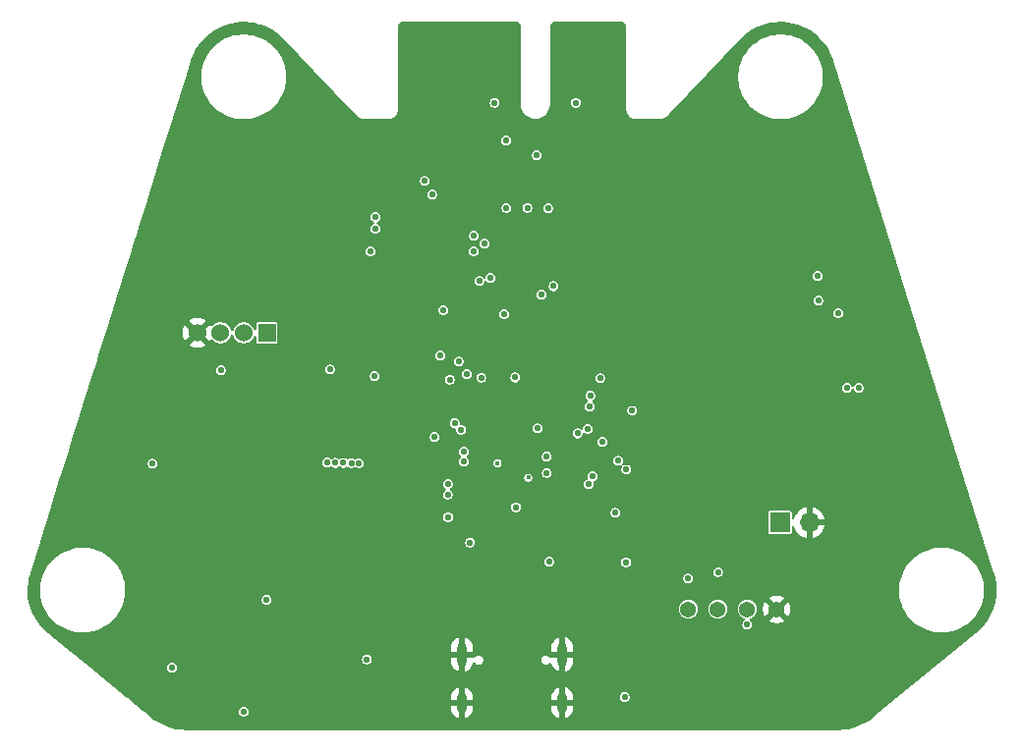
<source format=gbr>
%TF.GenerationSoftware,KiCad,Pcbnew,9.0.0*%
%TF.CreationDate,2025-07-19T13:55:26-04:00*%
%TF.ProjectId,status,73746174-7573-42e6-9b69-6361645f7063,rev?*%
%TF.SameCoordinates,Original*%
%TF.FileFunction,Copper,L3,Inr*%
%TF.FilePolarity,Positive*%
%FSLAX46Y46*%
G04 Gerber Fmt 4.6, Leading zero omitted, Abs format (unit mm)*
G04 Created by KiCad (PCBNEW 9.0.0) date 2025-07-19 13:55:26*
%MOMM*%
%LPD*%
G01*
G04 APERTURE LIST*
%TA.AperFunction,ComponentPad*%
%ADD10O,0.900000X1.700000*%
%TD*%
%TA.AperFunction,ComponentPad*%
%ADD11O,0.900000X2.000000*%
%TD*%
%TA.AperFunction,ComponentPad*%
%ADD12C,1.371600*%
%TD*%
%TA.AperFunction,ComponentPad*%
%ADD13R,1.524000X1.524000*%
%TD*%
%TA.AperFunction,ComponentPad*%
%ADD14C,1.524000*%
%TD*%
%TA.AperFunction,ComponentPad*%
%ADD15R,1.700000X1.700000*%
%TD*%
%TA.AperFunction,ComponentPad*%
%ADD16O,1.700000X1.700000*%
%TD*%
%TA.AperFunction,ViaPad*%
%ADD17C,0.400000*%
%TD*%
%TA.AperFunction,ViaPad*%
%ADD18C,0.550000*%
%TD*%
G04 APERTURE END LIST*
D10*
%TO.N,GND*%
%TO.C,J6*%
X150740000Y-119780000D03*
D11*
X150740000Y-115610000D03*
D10*
X142100000Y-119780000D03*
D11*
X142100000Y-115610000D03*
%TD*%
D12*
%TO.N,/SDA*%
%TO.C,J2*%
X161590000Y-111710500D03*
%TO.N,/SCL*%
X164130000Y-111710500D03*
%TO.N,+3.3V*%
X166670000Y-111710500D03*
%TO.N,GND*%
X169210000Y-111710500D03*
%TD*%
D13*
%TO.N,/SWCLK*%
%TO.C,J3*%
X125290000Y-87870000D03*
D14*
%TO.N,/SWD*%
X123290000Y-87870000D03*
%TO.N,+3.3V*%
X121290000Y-87870000D03*
%TO.N,GND*%
X119290000Y-87870000D03*
%TD*%
D15*
%TO.N,/~{USB_BOOT_S}*%
%TO.C,J7*%
X169490000Y-104225000D03*
D16*
%TO.N,GND*%
X172030000Y-104225000D03*
%TD*%
D17*
%TO.N,+1V1*%
X145150000Y-99100000D03*
D18*
X143750000Y-91725000D03*
D17*
X147800000Y-100350000D03*
D18*
X149600000Y-107600000D03*
X148600000Y-96100000D03*
X142800000Y-105950000D03*
%TO.N,/CS_SD*%
X172740000Y-82960000D03*
X145719800Y-86233000D03*
%TO.N,GND*%
X154305000Y-121285000D03*
X149860000Y-121285000D03*
X167640000Y-106680000D03*
X159385000Y-121285000D03*
X149860000Y-111760000D03*
X136775000Y-104925000D03*
X140106400Y-81281600D03*
X143510000Y-121285000D03*
X177800000Y-111760000D03*
X115620800Y-82016600D03*
X152857200Y-117271800D03*
X163372800Y-100634800D03*
X138912600Y-81281600D03*
X173990000Y-121285000D03*
X152298400Y-98069400D03*
X176809400Y-98399600D03*
X177800000Y-119380000D03*
X134620000Y-76200000D03*
X176606200Y-74472800D03*
X123175000Y-118275000D03*
X180187600Y-100685600D03*
X152247600Y-107899200D03*
X154127200Y-78994000D03*
X142240000Y-111760000D03*
X172500000Y-112375000D03*
X148183600Y-86487000D03*
X138912600Y-80168500D03*
X124460000Y-96520000D03*
X120000000Y-89740000D03*
X175260000Y-71120000D03*
X119380000Y-106680000D03*
X151460200Y-93395800D03*
X129540000Y-71120000D03*
X116840000Y-96520000D03*
X124950000Y-107400000D03*
X108991400Y-102793800D03*
X177175000Y-102725000D03*
X137718800Y-80214800D03*
X173863000Y-111963200D03*
X156850000Y-77325000D03*
X137625000Y-107525000D03*
X174250000Y-117550000D03*
X127000000Y-76200000D03*
X131572000Y-88925400D03*
X160020000Y-116840000D03*
X138725000Y-104950000D03*
X134924800Y-95224600D03*
X132825000Y-79825000D03*
X132025000Y-95200000D03*
X150672800Y-90855800D03*
X147320000Y-106680000D03*
X134620000Y-101600000D03*
X106680000Y-106680000D03*
X180340000Y-96520000D03*
X129540000Y-96520000D03*
X159425000Y-78175000D03*
X165150000Y-105050000D03*
X163372800Y-97180400D03*
X147130000Y-98302500D03*
X137160000Y-71120000D03*
X146100000Y-98310000D03*
X165912800Y-116560600D03*
X111760000Y-116840000D03*
X156743400Y-83083400D03*
X166624000Y-102006400D03*
X117475000Y-121285000D03*
X133400000Y-120250000D03*
X135229600Y-88646000D03*
X146685000Y-119380000D03*
X147120000Y-99400000D03*
X148500000Y-93850000D03*
X136779000Y-117246400D03*
X148240000Y-97280000D03*
X183515000Y-114300000D03*
X152070000Y-94900000D03*
X137160000Y-86360000D03*
X114300000Y-111760000D03*
X180340000Y-91440000D03*
X157480000Y-119380000D03*
X186055000Y-106045000D03*
X173800000Y-92975000D03*
X114300000Y-86360000D03*
X161442400Y-103581200D03*
X138912600Y-79148000D03*
X124460000Y-111760000D03*
X141605000Y-71120000D03*
X146150000Y-97250000D03*
X132080000Y-106680000D03*
X143560800Y-77241400D03*
X155900000Y-90700000D03*
X160020000Y-71120000D03*
X165775000Y-79025000D03*
X137236200Y-120954800D03*
X159969200Y-103581200D03*
X123825000Y-71120000D03*
X180340000Y-116840000D03*
X114300000Y-101600000D03*
X123610000Y-91940000D03*
X142240000Y-86360000D03*
X146925000Y-75250000D03*
X182880000Y-101600000D03*
X172720000Y-106680000D03*
X140106400Y-80164000D03*
X148220000Y-98330000D03*
X168275000Y-71120000D03*
X142722600Y-100253800D03*
X158699200Y-103530400D03*
X121175000Y-104025000D03*
X125755400Y-99745800D03*
X132525000Y-74025000D03*
X144780000Y-116840000D03*
X152400000Y-71120000D03*
X143700000Y-87925000D03*
X148894800Y-92735400D03*
X111760000Y-106680000D03*
X165735000Y-121285000D03*
X134518400Y-79908400D03*
X147190000Y-97250000D03*
X144780000Y-71120000D03*
X148184937Y-99398109D03*
X132080000Y-111760000D03*
X111760000Y-96520000D03*
X142595600Y-74472800D03*
X137718800Y-81281600D03*
X154940000Y-111760000D03*
X162560000Y-76200000D03*
X130575000Y-114675000D03*
X170180000Y-76200000D03*
X140106400Y-79148000D03*
X180340000Y-106680000D03*
X119380000Y-116840000D03*
X146110000Y-99420000D03*
X165750000Y-76000000D03*
X167640000Y-96520000D03*
X172135800Y-95681800D03*
X111760000Y-91440000D03*
X157327600Y-74701400D03*
X137718800Y-79148000D03*
X123150000Y-77000000D03*
X118110000Y-71120000D03*
X164287200Y-73736200D03*
X147350000Y-81900000D03*
X148590000Y-71120000D03*
X119380000Y-76200000D03*
%TO.N,/MOSI*%
X156260800Y-99669600D03*
X176260000Y-92620000D03*
%TO.N,/MISO*%
X153136600Y-93294200D03*
X175250000Y-92600000D03*
X155549600Y-98907600D03*
X148945600Y-84556600D03*
%TO.N,/SCK*%
X149987000Y-83845400D03*
X143586200Y-83413600D03*
X140487400Y-85902800D03*
X174500000Y-86150000D03*
%TO.N,/SWCLK*%
X142494000Y-91414600D03*
X130710000Y-91020000D03*
%TO.N,/STBY*%
X134645400Y-77876400D03*
X153345000Y-100228400D03*
%TO.N,+3.3V*%
X149400000Y-98550000D03*
X140881400Y-101815600D03*
X143103600Y-80822800D03*
X166670000Y-113055000D03*
X125272800Y-110896400D03*
X153009600Y-100939600D03*
X121320000Y-91090000D03*
X147726400Y-77076300D03*
X133908800Y-116027200D03*
X172790000Y-85080000D03*
X145897600Y-71272400D03*
X149504400Y-77127100D03*
X123275000Y-120525000D03*
X117100000Y-116730000D03*
X115440000Y-99150000D03*
X139730000Y-96840000D03*
X140878800Y-100898600D03*
X156100000Y-119270000D03*
X149400000Y-99950000D03*
X138887200Y-74777600D03*
X154178000Y-97282000D03*
X146725000Y-102900000D03*
X144913000Y-68017000D03*
X146685000Y-91719400D03*
X145923000Y-77089000D03*
X140900000Y-103750000D03*
X156768800Y-94589600D03*
%TO.N,/TX*%
X144018000Y-80162400D03*
X134620000Y-78867000D03*
%TO.N,/RESET*%
X153098500Y-94221300D03*
X154000200Y-91795600D03*
%TO.N,+5V*%
X148539200Y-72542400D03*
X151900000Y-68017000D03*
X134210800Y-80820000D03*
%TO.N,/RX*%
X139522200Y-75920600D03*
X143129000Y-79502000D03*
%TO.N,/CS*%
X144551400Y-83134200D03*
X140208000Y-89814400D03*
%TO.N,/SCL*%
X164150000Y-108500000D03*
X152933400Y-96139000D03*
%TO.N,/SDA*%
X161590000Y-109056800D03*
X152044400Y-96545400D03*
%TO.N,/~{USB_BOOT_S}*%
X156210000Y-107645200D03*
X155320000Y-103380000D03*
%TO.N,/SWD*%
X134575000Y-91600000D03*
X141808200Y-90347800D03*
%TO.N,/Push_Left*%
X131175850Y-99085400D03*
X141452600Y-95656400D03*
%TO.N,/Push_Down*%
X142240000Y-98120200D03*
X132562600Y-99110800D03*
%TO.N,/Push_Right*%
X142265400Y-98958400D03*
X133223000Y-99110800D03*
%TO.N,/Push_Up*%
X142011400Y-96215200D03*
X131876800Y-99085400D03*
%TO.N,/RUN*%
X130479800Y-99060000D03*
X141039400Y-91897200D03*
%TD*%
%TA.AperFunction,Conductor*%
%TO.N,GND*%
G36*
X146854206Y-61008780D02*
G01*
X146874848Y-61025414D01*
X147126181Y-61276747D01*
X147159666Y-61338070D01*
X147162500Y-61364428D01*
X147162500Y-68091000D01*
X147162500Y-68138595D01*
X147162500Y-68242214D01*
X147168516Y-68278265D01*
X147196610Y-68446629D01*
X147263898Y-68642632D01*
X147263900Y-68642638D01*
X147362534Y-68824897D01*
X147362537Y-68824901D01*
X147489818Y-68988431D01*
X147489821Y-68988435D01*
X147489823Y-68988437D01*
X147489824Y-68988438D01*
X147546476Y-69040590D01*
X147642296Y-69128799D01*
X147804400Y-69234706D01*
X147815788Y-69242146D01*
X148005572Y-69325393D01*
X148206469Y-69376267D01*
X148275312Y-69381971D01*
X148412994Y-69393381D01*
X148413000Y-69393381D01*
X148413006Y-69393381D01*
X148536918Y-69383112D01*
X148619531Y-69376267D01*
X148820428Y-69325393D01*
X149010212Y-69242146D01*
X149183706Y-69128797D01*
X149336176Y-68988438D01*
X149463465Y-68824898D01*
X149562100Y-68642637D01*
X149629390Y-68446627D01*
X149663500Y-68242214D01*
X149663500Y-68138595D01*
X149663500Y-68091000D01*
X149663500Y-67960982D01*
X151474500Y-67960982D01*
X151474500Y-68073018D01*
X151503497Y-68181237D01*
X151559515Y-68278263D01*
X151638737Y-68357485D01*
X151735763Y-68413503D01*
X151843982Y-68442500D01*
X151843984Y-68442500D01*
X151956016Y-68442500D01*
X151956018Y-68442500D01*
X152064237Y-68413503D01*
X152161263Y-68357485D01*
X152240485Y-68278263D01*
X152296503Y-68181237D01*
X152325500Y-68073018D01*
X152325500Y-67960982D01*
X152296503Y-67852763D01*
X152240485Y-67755737D01*
X152161263Y-67676515D01*
X152064237Y-67620497D01*
X151956018Y-67591500D01*
X151843982Y-67591500D01*
X151735763Y-67620497D01*
X151735760Y-67620498D01*
X151638740Y-67676513D01*
X151638734Y-67676517D01*
X151559517Y-67755734D01*
X151559513Y-67755740D01*
X151503498Y-67852760D01*
X151503497Y-67852763D01*
X151474500Y-67960982D01*
X149663500Y-67960982D01*
X149663500Y-61364428D01*
X149683185Y-61297389D01*
X149699819Y-61276747D01*
X149951152Y-61025414D01*
X150012475Y-60991929D01*
X150038833Y-60989095D01*
X155887167Y-60989095D01*
X155954206Y-61008780D01*
X155974848Y-61025414D01*
X156226181Y-61276747D01*
X156259666Y-61338070D01*
X156262500Y-61364428D01*
X156262500Y-68684426D01*
X156265738Y-68696511D01*
X156268715Y-68719098D01*
X156269364Y-68719035D01*
X156269962Y-68725099D01*
X156269963Y-68725102D01*
X156269963Y-68725107D01*
X156300736Y-68879756D01*
X156361085Y-69025430D01*
X156361086Y-69025432D01*
X156361087Y-69025433D01*
X156448690Y-69156532D01*
X156448694Y-69156536D01*
X156560189Y-69268026D01*
X156560192Y-69268029D01*
X156666147Y-69338825D01*
X156691298Y-69355630D01*
X156836975Y-69415973D01*
X156991625Y-69446740D01*
X157030910Y-69446741D01*
X157030916Y-69446743D01*
X157070465Y-69446743D01*
X157118059Y-69446745D01*
X157118062Y-69446743D01*
X157128038Y-69446744D01*
X157128063Y-69446743D01*
X158896073Y-69446743D01*
X158902320Y-69446744D01*
X158902496Y-69446795D01*
X158953652Y-69446758D01*
X158953652Y-69446759D01*
X158975988Y-69446743D01*
X158993202Y-69446743D01*
X159001532Y-69446743D01*
X159001792Y-69446723D01*
X159041599Y-69446696D01*
X159041606Y-69446695D01*
X159041609Y-69446695D01*
X159092774Y-69439740D01*
X159215891Y-69423008D01*
X159322886Y-69393381D01*
X159385401Y-69376071D01*
X159387276Y-69375267D01*
X159547058Y-69306735D01*
X159697904Y-69216268D01*
X159835196Y-69106316D01*
X159868500Y-69071356D01*
X159868590Y-69071302D01*
X159911730Y-69025957D01*
X159928665Y-69008157D01*
X159928665Y-69008155D01*
X159945109Y-68990873D01*
X159945112Y-68990866D01*
X163157648Y-65614121D01*
X165892060Y-65614121D01*
X165892060Y-65972790D01*
X165927215Y-66329731D01*
X165927218Y-66329748D01*
X165997185Y-66681504D01*
X165997188Y-66681515D01*
X166101309Y-67024756D01*
X166238569Y-67356130D01*
X166238571Y-67356135D01*
X166407639Y-67672439D01*
X166407656Y-67672467D01*
X166606902Y-67970661D01*
X166606919Y-67970684D01*
X166834460Y-68247943D01*
X167088072Y-68501555D01*
X167088077Y-68501559D01*
X167088078Y-68501560D01*
X167365337Y-68729101D01*
X167365344Y-68729106D01*
X167365354Y-68729113D01*
X167663548Y-68928359D01*
X167663553Y-68928362D01*
X167663565Y-68928370D01*
X167663574Y-68928374D01*
X167663576Y-68928376D01*
X167979880Y-69097444D01*
X167979882Y-69097444D01*
X167979888Y-69097448D01*
X168311261Y-69234707D01*
X168654491Y-69338825D01*
X168654497Y-69338826D01*
X168654500Y-69338827D01*
X168654511Y-69338830D01*
X168875092Y-69382705D01*
X169006274Y-69408799D01*
X169363222Y-69443956D01*
X169363225Y-69443956D01*
X169721895Y-69443956D01*
X169721898Y-69443956D01*
X170078846Y-69408799D01*
X170252969Y-69374163D01*
X170430608Y-69338830D01*
X170430619Y-69338827D01*
X170430619Y-69338826D01*
X170430629Y-69338825D01*
X170773859Y-69234707D01*
X171105232Y-69097448D01*
X171421555Y-68928370D01*
X171719783Y-68729101D01*
X171997042Y-68501560D01*
X172250664Y-68247938D01*
X172478205Y-67970679D01*
X172677474Y-67672451D01*
X172846552Y-67356128D01*
X172983811Y-67024755D01*
X173087929Y-66681525D01*
X173087931Y-66681515D01*
X173087934Y-66681504D01*
X173123267Y-66503865D01*
X173157903Y-66329742D01*
X173193060Y-65972794D01*
X173193060Y-65614118D01*
X173157903Y-65257170D01*
X173131809Y-65125988D01*
X173087934Y-64905407D01*
X173087931Y-64905396D01*
X173087930Y-64905393D01*
X173087929Y-64905387D01*
X172983811Y-64562157D01*
X172846552Y-64230784D01*
X172806651Y-64156135D01*
X172677480Y-63914472D01*
X172677478Y-63914470D01*
X172677474Y-63914461D01*
X172575224Y-63761432D01*
X172478217Y-63616250D01*
X172478210Y-63616240D01*
X172478205Y-63616233D01*
X172250664Y-63338974D01*
X172250663Y-63338973D01*
X172250659Y-63338968D01*
X171997047Y-63085356D01*
X171719788Y-62857815D01*
X171719765Y-62857798D01*
X171421571Y-62658552D01*
X171421543Y-62658535D01*
X171105239Y-62489467D01*
X171105234Y-62489465D01*
X170773860Y-62352205D01*
X170430619Y-62248084D01*
X170430608Y-62248081D01*
X170078852Y-62178114D01*
X170078835Y-62178111D01*
X169808911Y-62151526D01*
X169721898Y-62142956D01*
X169363222Y-62142956D01*
X169282747Y-62150882D01*
X169006284Y-62178111D01*
X169006267Y-62178114D01*
X168654511Y-62248081D01*
X168654500Y-62248084D01*
X168311259Y-62352205D01*
X167979885Y-62489465D01*
X167979880Y-62489467D01*
X167663576Y-62658535D01*
X167663548Y-62658552D01*
X167365354Y-62857798D01*
X167365331Y-62857815D01*
X167088072Y-63085356D01*
X166834460Y-63338968D01*
X166606919Y-63616227D01*
X166606902Y-63616250D01*
X166407656Y-63914444D01*
X166407639Y-63914472D01*
X166238571Y-64230776D01*
X166238569Y-64230781D01*
X166101309Y-64562155D01*
X165997188Y-64905396D01*
X165997185Y-64905407D01*
X165927218Y-65257163D01*
X165927215Y-65257180D01*
X165892060Y-65614121D01*
X163157648Y-65614121D01*
X166068726Y-62554243D01*
X166068729Y-62554242D01*
X166099719Y-62521666D01*
X166103450Y-62517911D01*
X166393599Y-62238222D01*
X166401585Y-62231164D01*
X166712758Y-61979282D01*
X166721331Y-61972937D01*
X167053097Y-61748914D01*
X167062216Y-61743316D01*
X167412074Y-61548833D01*
X167421649Y-61544040D01*
X167787022Y-61380528D01*
X167796982Y-61376579D01*
X168175124Y-61245269D01*
X168185366Y-61242202D01*
X168573456Y-61144071D01*
X168583915Y-61141903D01*
X168979032Y-61077695D01*
X168989655Y-61076436D01*
X169388853Y-61046627D01*
X169399549Y-61046293D01*
X169799801Y-61051108D01*
X169810500Y-61051700D01*
X170208833Y-61091101D01*
X170219446Y-61092617D01*
X170612889Y-61166309D01*
X170623316Y-61168733D01*
X171008932Y-61276171D01*
X171019094Y-61279482D01*
X171175559Y-61338070D01*
X171393957Y-61419848D01*
X171403834Y-61424042D01*
X171765143Y-61596285D01*
X171774620Y-61601317D01*
X172119687Y-61804152D01*
X172128694Y-61809985D01*
X172454941Y-62041900D01*
X172463394Y-62048478D01*
X172698207Y-62248087D01*
X172768368Y-62307729D01*
X172776231Y-62315022D01*
X172812992Y-62352205D01*
X173057649Y-62599670D01*
X173064856Y-62607621D01*
X173320596Y-62915516D01*
X173327089Y-62924059D01*
X173555262Y-63252924D01*
X173560992Y-63261997D01*
X173759881Y-63609363D01*
X173764804Y-63618897D01*
X173932672Y-63981630D01*
X173932910Y-63982143D01*
X173936990Y-63992064D01*
X174054941Y-64318355D01*
X174073616Y-64370014D01*
X174075291Y-64374973D01*
X174089075Y-64418973D01*
X174089146Y-64419073D01*
X174092074Y-64428393D01*
X174092074Y-64428414D01*
X174092103Y-64428486D01*
X187928437Y-108593789D01*
X187928565Y-108594345D01*
X187944808Y-108646191D01*
X187946273Y-108651241D01*
X188048229Y-109032673D01*
X188050511Y-109042937D01*
X188119325Y-109429041D01*
X188120730Y-109439461D01*
X188156590Y-109830029D01*
X188157106Y-109840530D01*
X188159749Y-110232712D01*
X188159374Y-110243220D01*
X188128783Y-110634223D01*
X188127521Y-110644646D01*
X188063912Y-111031678D01*
X188061773Y-111041952D01*
X187965609Y-111422184D01*
X187962601Y-111432259D01*
X187834577Y-111802963D01*
X187830727Y-111812747D01*
X187671749Y-112171294D01*
X187667083Y-112180716D01*
X187478315Y-112524483D01*
X187472868Y-112533477D01*
X187255647Y-112860030D01*
X187249458Y-112868529D01*
X187005359Y-113175499D01*
X186998472Y-113183444D01*
X186729244Y-113468632D01*
X186721709Y-113475965D01*
X186427445Y-113738968D01*
X186423470Y-113742372D01*
X186419658Y-113745500D01*
X186419639Y-113745515D01*
X186388554Y-113771012D01*
X186388554Y-113771013D01*
X177670819Y-120921503D01*
X177560456Y-121012025D01*
X177560454Y-121012026D01*
X177525721Y-121040514D01*
X177521536Y-121043799D01*
X177201876Y-121283804D01*
X177193097Y-121289824D01*
X176856302Y-121500112D01*
X176847039Y-121505357D01*
X176493448Y-121685985D01*
X176483770Y-121690416D01*
X176115992Y-121840053D01*
X176105969Y-121843638D01*
X175726712Y-121961182D01*
X175716419Y-121963894D01*
X175328474Y-122048479D01*
X175317986Y-122050298D01*
X174924222Y-122101299D01*
X174913617Y-122102212D01*
X174527520Y-122118800D01*
X174514443Y-122119362D01*
X174509122Y-122119476D01*
X118371621Y-122119476D01*
X118361625Y-122119475D01*
X118361623Y-122119475D01*
X118340764Y-122119475D01*
X118316692Y-122119475D01*
X118316691Y-122119474D01*
X118311373Y-122119361D01*
X117912017Y-122102207D01*
X117901411Y-122101294D01*
X117507649Y-122050296D01*
X117497162Y-122048477D01*
X117109219Y-121963896D01*
X117098925Y-121961184D01*
X116719669Y-121843644D01*
X116709646Y-121840059D01*
X116341878Y-121690429D01*
X116332200Y-121685999D01*
X115978600Y-121505370D01*
X115969337Y-121500125D01*
X115632542Y-121289842D01*
X115623763Y-121283822D01*
X115304666Y-121044245D01*
X115300478Y-121040958D01*
X114710117Y-120556730D01*
X114603136Y-120468982D01*
X122849500Y-120468982D01*
X122849500Y-120581018D01*
X122878497Y-120689237D01*
X122934515Y-120786263D01*
X123013737Y-120865485D01*
X123110763Y-120921503D01*
X123218982Y-120950500D01*
X123218984Y-120950500D01*
X123331016Y-120950500D01*
X123331018Y-120950500D01*
X123439237Y-120921503D01*
X123536263Y-120865485D01*
X123615485Y-120786263D01*
X123671503Y-120689237D01*
X123700500Y-120581018D01*
X123700500Y-120468982D01*
X123671503Y-120360763D01*
X123615485Y-120263737D01*
X123536263Y-120184515D01*
X123439237Y-120128497D01*
X123331018Y-120099500D01*
X123218982Y-120099500D01*
X123110763Y-120128497D01*
X123110760Y-120128498D01*
X123013740Y-120184513D01*
X123013734Y-120184517D01*
X122934517Y-120263734D01*
X122934513Y-120263740D01*
X122878498Y-120360760D01*
X122878497Y-120360763D01*
X122849500Y-120468982D01*
X114603136Y-120468982D01*
X113270858Y-119376216D01*
X113161390Y-119286428D01*
X141150000Y-119286428D01*
X141150000Y-119530000D01*
X141800000Y-119530000D01*
X141800000Y-120030000D01*
X141150000Y-120030000D01*
X141150000Y-120273571D01*
X141186506Y-120457097D01*
X141186508Y-120457105D01*
X141258119Y-120629991D01*
X141258124Y-120630000D01*
X141362086Y-120785589D01*
X141362089Y-120785593D01*
X141494406Y-120917910D01*
X141494410Y-120917913D01*
X141649999Y-121021875D01*
X141650012Y-121021882D01*
X141822889Y-121093489D01*
X141822896Y-121093491D01*
X141850000Y-121098882D01*
X141850000Y-120346988D01*
X141859940Y-120364205D01*
X141915795Y-120420060D01*
X141984204Y-120459556D01*
X142060504Y-120480000D01*
X142139496Y-120480000D01*
X142215796Y-120459556D01*
X142284205Y-120420060D01*
X142340060Y-120364205D01*
X142350000Y-120346988D01*
X142350000Y-121098881D01*
X142377103Y-121093491D01*
X142377110Y-121093489D01*
X142549987Y-121021882D01*
X142550000Y-121021875D01*
X142705589Y-120917913D01*
X142705593Y-120917910D01*
X142837910Y-120785593D01*
X142837913Y-120785589D01*
X142941875Y-120630000D01*
X142941880Y-120629991D01*
X143013491Y-120457105D01*
X143013493Y-120457097D01*
X143049999Y-120273571D01*
X143050000Y-120273569D01*
X143050000Y-120030000D01*
X142400000Y-120030000D01*
X142400000Y-119530000D01*
X143050000Y-119530000D01*
X143050000Y-119286430D01*
X143049999Y-119286428D01*
X149790000Y-119286428D01*
X149790000Y-119530000D01*
X150440000Y-119530000D01*
X150440000Y-120030000D01*
X149790000Y-120030000D01*
X149790000Y-120273571D01*
X149826506Y-120457097D01*
X149826508Y-120457105D01*
X149898119Y-120629991D01*
X149898124Y-120630000D01*
X150002086Y-120785589D01*
X150002089Y-120785593D01*
X150134406Y-120917910D01*
X150134410Y-120917913D01*
X150289999Y-121021875D01*
X150290012Y-121021882D01*
X150462889Y-121093489D01*
X150462896Y-121093491D01*
X150490000Y-121098882D01*
X150490000Y-120346988D01*
X150499940Y-120364205D01*
X150555795Y-120420060D01*
X150624204Y-120459556D01*
X150700504Y-120480000D01*
X150779496Y-120480000D01*
X150855796Y-120459556D01*
X150924205Y-120420060D01*
X150980060Y-120364205D01*
X150990000Y-120346988D01*
X150990000Y-121098881D01*
X151017103Y-121093491D01*
X151017110Y-121093489D01*
X151189987Y-121021882D01*
X151190000Y-121021875D01*
X151345589Y-120917913D01*
X151345593Y-120917910D01*
X151477910Y-120785593D01*
X151477913Y-120785589D01*
X151581875Y-120630000D01*
X151581880Y-120629991D01*
X151653491Y-120457105D01*
X151653493Y-120457097D01*
X151689999Y-120273571D01*
X151690000Y-120273569D01*
X151690000Y-120030000D01*
X151040000Y-120030000D01*
X151040000Y-119530000D01*
X151690000Y-119530000D01*
X151690000Y-119286433D01*
X151678784Y-119230045D01*
X151678784Y-119230042D01*
X151675589Y-119213982D01*
X155674500Y-119213982D01*
X155674500Y-119326018D01*
X155703497Y-119434237D01*
X155759515Y-119531263D01*
X155838737Y-119610485D01*
X155935763Y-119666503D01*
X156043982Y-119695500D01*
X156043984Y-119695500D01*
X156156016Y-119695500D01*
X156156018Y-119695500D01*
X156264237Y-119666503D01*
X156361263Y-119610485D01*
X156440485Y-119531263D01*
X156496503Y-119434237D01*
X156525500Y-119326018D01*
X156525500Y-119213982D01*
X156496503Y-119105763D01*
X156440485Y-119008737D01*
X156361263Y-118929515D01*
X156264237Y-118873497D01*
X156156018Y-118844500D01*
X156043982Y-118844500D01*
X155935763Y-118873497D01*
X155935760Y-118873498D01*
X155838740Y-118929513D01*
X155838734Y-118929517D01*
X155759517Y-119008734D01*
X155759513Y-119008740D01*
X155703498Y-119105760D01*
X155703497Y-119105763D01*
X155674500Y-119213982D01*
X151675589Y-119213982D01*
X151653493Y-119102900D01*
X151653491Y-119102894D01*
X151581880Y-118930008D01*
X151581875Y-118929999D01*
X151477913Y-118774410D01*
X151477910Y-118774406D01*
X151345593Y-118642089D01*
X151345589Y-118642086D01*
X151190000Y-118538124D01*
X151189991Y-118538119D01*
X151017103Y-118466507D01*
X151017100Y-118466506D01*
X150990000Y-118461115D01*
X150990000Y-119213011D01*
X150980060Y-119195795D01*
X150924205Y-119139940D01*
X150855796Y-119100444D01*
X150779496Y-119080000D01*
X150700504Y-119080000D01*
X150624204Y-119100444D01*
X150555795Y-119139940D01*
X150499940Y-119195795D01*
X150490000Y-119213011D01*
X150490000Y-118461116D01*
X150489999Y-118461115D01*
X150462899Y-118466506D01*
X150462896Y-118466507D01*
X150290008Y-118538119D01*
X150289999Y-118538124D01*
X150134410Y-118642086D01*
X150134406Y-118642089D01*
X150002089Y-118774406D01*
X150002086Y-118774410D01*
X149898124Y-118929999D01*
X149898119Y-118930008D01*
X149826508Y-119102894D01*
X149826506Y-119102902D01*
X149790000Y-119286428D01*
X143049999Y-119286428D01*
X143013493Y-119102902D01*
X143013491Y-119102894D01*
X142941880Y-118930008D01*
X142941875Y-118929999D01*
X142837913Y-118774410D01*
X142837910Y-118774406D01*
X142705593Y-118642089D01*
X142705589Y-118642086D01*
X142550000Y-118538124D01*
X142549991Y-118538119D01*
X142377103Y-118466507D01*
X142377100Y-118466506D01*
X142350000Y-118461115D01*
X142350000Y-119213011D01*
X142340060Y-119195795D01*
X142284205Y-119139940D01*
X142215796Y-119100444D01*
X142139496Y-119080000D01*
X142060504Y-119080000D01*
X141984204Y-119100444D01*
X141915795Y-119139940D01*
X141859940Y-119195795D01*
X141850000Y-119213011D01*
X141850000Y-118461116D01*
X141849999Y-118461115D01*
X141822899Y-118466506D01*
X141822896Y-118466507D01*
X141650008Y-118538119D01*
X141649999Y-118538124D01*
X141494410Y-118642086D01*
X141494406Y-118642089D01*
X141362089Y-118774406D01*
X141362086Y-118774410D01*
X141258124Y-118929999D01*
X141258119Y-118930008D01*
X141186508Y-119102894D01*
X141186506Y-119102902D01*
X141150000Y-119286428D01*
X113161390Y-119286428D01*
X110083328Y-116761730D01*
X109976347Y-116673982D01*
X116674500Y-116673982D01*
X116674500Y-116786017D01*
X116703497Y-116894236D01*
X116703498Y-116894239D01*
X116705619Y-116897913D01*
X116759515Y-116991263D01*
X116838737Y-117070485D01*
X116935763Y-117126503D01*
X117043982Y-117155500D01*
X117043984Y-117155500D01*
X117156016Y-117155500D01*
X117156018Y-117155500D01*
X117264237Y-117126503D01*
X117361263Y-117070485D01*
X117440485Y-116991263D01*
X117496503Y-116894237D01*
X117525500Y-116786018D01*
X117525500Y-116673982D01*
X117496503Y-116565763D01*
X117440485Y-116468737D01*
X117361263Y-116389515D01*
X117282784Y-116344205D01*
X117264239Y-116333498D01*
X117264238Y-116333497D01*
X117264237Y-116333497D01*
X117156018Y-116304500D01*
X117043982Y-116304500D01*
X116935763Y-116333497D01*
X116935760Y-116333498D01*
X116838740Y-116389513D01*
X116838734Y-116389517D01*
X116759517Y-116468734D01*
X116759513Y-116468740D01*
X116703498Y-116565760D01*
X116703497Y-116565763D01*
X116674500Y-116673982D01*
X109976347Y-116673982D01*
X109226488Y-116058930D01*
X109119507Y-115971182D01*
X133483300Y-115971182D01*
X133483300Y-116083218D01*
X133512297Y-116191437D01*
X133568315Y-116288463D01*
X133647537Y-116367685D01*
X133744563Y-116423703D01*
X133852782Y-116452700D01*
X133852784Y-116452700D01*
X133964816Y-116452700D01*
X133964818Y-116452700D01*
X134073037Y-116423703D01*
X134170063Y-116367685D01*
X134249285Y-116288463D01*
X134305303Y-116191437D01*
X134334300Y-116083218D01*
X134334300Y-115971182D01*
X134305303Y-115862963D01*
X134249285Y-115765937D01*
X134170063Y-115686715D01*
X134073037Y-115630697D01*
X133964818Y-115601700D01*
X133852782Y-115601700D01*
X133744563Y-115630697D01*
X133744560Y-115630698D01*
X133647540Y-115686713D01*
X133647534Y-115686717D01*
X133568317Y-115765934D01*
X133568313Y-115765940D01*
X133512298Y-115862960D01*
X133512297Y-115862963D01*
X133483300Y-115971182D01*
X109119507Y-115971182D01*
X108003999Y-115056216D01*
X107894531Y-114966428D01*
X141150000Y-114966428D01*
X141150000Y-115360000D01*
X141800000Y-115360000D01*
X141800000Y-115860000D01*
X141150000Y-115860000D01*
X141150000Y-116253571D01*
X141186506Y-116437097D01*
X141186508Y-116437105D01*
X141258119Y-116609991D01*
X141258124Y-116610000D01*
X141362086Y-116765589D01*
X141362089Y-116765593D01*
X141494406Y-116897910D01*
X141494410Y-116897913D01*
X141649999Y-117001875D01*
X141650012Y-117001882D01*
X141822889Y-117073489D01*
X141822896Y-117073491D01*
X141850000Y-117078882D01*
X141850000Y-116326988D01*
X141859940Y-116344205D01*
X141915795Y-116400060D01*
X141984204Y-116439556D01*
X142060504Y-116460000D01*
X142139496Y-116460000D01*
X142215796Y-116439556D01*
X142284205Y-116400060D01*
X142340060Y-116344205D01*
X142350000Y-116326988D01*
X142350000Y-117078881D01*
X142377103Y-117073491D01*
X142377110Y-117073489D01*
X142549987Y-117001882D01*
X142550000Y-117001875D01*
X142705589Y-116897913D01*
X142705593Y-116897910D01*
X142837910Y-116765593D01*
X142837913Y-116765589D01*
X142941875Y-116610000D01*
X142941880Y-116609991D01*
X143013491Y-116437105D01*
X143013493Y-116437100D01*
X143017544Y-116416731D01*
X143049926Y-116354818D01*
X143110640Y-116320242D01*
X143180410Y-116323979D01*
X143226843Y-116353236D01*
X143284087Y-116410480D01*
X143375413Y-116463207D01*
X143477273Y-116490500D01*
X143477275Y-116490500D01*
X143582725Y-116490500D01*
X143582727Y-116490500D01*
X143684587Y-116463207D01*
X143775913Y-116410480D01*
X143850480Y-116335913D01*
X143903207Y-116244587D01*
X143930500Y-116142727D01*
X143930500Y-116037273D01*
X148909500Y-116037273D01*
X148909500Y-116142727D01*
X148936793Y-116244587D01*
X148989520Y-116335913D01*
X149064087Y-116410480D01*
X149155413Y-116463207D01*
X149257273Y-116490500D01*
X149257275Y-116490500D01*
X149362725Y-116490500D01*
X149362727Y-116490500D01*
X149464587Y-116463207D01*
X149555913Y-116410480D01*
X149613159Y-116353233D01*
X149674478Y-116319751D01*
X149744170Y-116324735D01*
X149800104Y-116366606D01*
X149822454Y-116416726D01*
X149826506Y-116437098D01*
X149826508Y-116437105D01*
X149898119Y-116609991D01*
X149898124Y-116610000D01*
X150002086Y-116765589D01*
X150002089Y-116765593D01*
X150134406Y-116897910D01*
X150134410Y-116897913D01*
X150289999Y-117001875D01*
X150290012Y-117001882D01*
X150462889Y-117073489D01*
X150462896Y-117073491D01*
X150490000Y-117078882D01*
X150490000Y-116326988D01*
X150499940Y-116344205D01*
X150555795Y-116400060D01*
X150624204Y-116439556D01*
X150700504Y-116460000D01*
X150779496Y-116460000D01*
X150855796Y-116439556D01*
X150924205Y-116400060D01*
X150980060Y-116344205D01*
X150990000Y-116326988D01*
X150990000Y-117078881D01*
X151017103Y-117073491D01*
X151017110Y-117073489D01*
X151189987Y-117001882D01*
X151190000Y-117001875D01*
X151345589Y-116897913D01*
X151345593Y-116897910D01*
X151477910Y-116765593D01*
X151477913Y-116765589D01*
X151581875Y-116610000D01*
X151581880Y-116609991D01*
X151653491Y-116437105D01*
X151653493Y-116437097D01*
X151689999Y-116253571D01*
X151690000Y-116253569D01*
X151690000Y-115860000D01*
X151040000Y-115860000D01*
X151040000Y-115360000D01*
X151690000Y-115360000D01*
X151690000Y-114966430D01*
X151689999Y-114966428D01*
X151653493Y-114782902D01*
X151653491Y-114782894D01*
X151581880Y-114610008D01*
X151581875Y-114609999D01*
X151477913Y-114454410D01*
X151477910Y-114454406D01*
X151345593Y-114322089D01*
X151345589Y-114322086D01*
X151190000Y-114218124D01*
X151189991Y-114218119D01*
X151017103Y-114146507D01*
X151017100Y-114146506D01*
X150990000Y-114141115D01*
X150990000Y-114893011D01*
X150980060Y-114875795D01*
X150924205Y-114819940D01*
X150855796Y-114780444D01*
X150779496Y-114760000D01*
X150700504Y-114760000D01*
X150624204Y-114780444D01*
X150555795Y-114819940D01*
X150499940Y-114875795D01*
X150490000Y-114893011D01*
X150490000Y-114141116D01*
X150489999Y-114141115D01*
X150462899Y-114146506D01*
X150462896Y-114146507D01*
X150290008Y-114218119D01*
X150289999Y-114218124D01*
X150134410Y-114322086D01*
X150134406Y-114322089D01*
X150002089Y-114454406D01*
X150002086Y-114454410D01*
X149898124Y-114609999D01*
X149898119Y-114610008D01*
X149826508Y-114782894D01*
X149826506Y-114782902D01*
X149790000Y-114966428D01*
X149790000Y-115360000D01*
X150440000Y-115360000D01*
X150440000Y-115860000D01*
X149776799Y-115860000D01*
X149744551Y-115877608D01*
X149674860Y-115872622D01*
X149630515Y-115844122D01*
X149555914Y-115769521D01*
X149555913Y-115769520D01*
X149464587Y-115716793D01*
X149362727Y-115689500D01*
X149257273Y-115689500D01*
X149155413Y-115716793D01*
X149155410Y-115716794D01*
X149064085Y-115769521D01*
X148989521Y-115844085D01*
X148936794Y-115935410D01*
X148936793Y-115935413D01*
X148909500Y-116037273D01*
X143930500Y-116037273D01*
X143903207Y-115935413D01*
X143850480Y-115844087D01*
X143775913Y-115769520D01*
X143684587Y-115716793D01*
X143582727Y-115689500D01*
X143477273Y-115689500D01*
X143375413Y-115716793D01*
X143375410Y-115716794D01*
X143284087Y-115769520D01*
X143209484Y-115844123D01*
X143148160Y-115877607D01*
X143078469Y-115872622D01*
X143058829Y-115860000D01*
X142400000Y-115860000D01*
X142400000Y-115360000D01*
X143050000Y-115360000D01*
X143050000Y-114966430D01*
X143049999Y-114966428D01*
X143013493Y-114782902D01*
X143013491Y-114782894D01*
X142941880Y-114610008D01*
X142941875Y-114609999D01*
X142837913Y-114454410D01*
X142837910Y-114454406D01*
X142705593Y-114322089D01*
X142705589Y-114322086D01*
X142550000Y-114218124D01*
X142549991Y-114218119D01*
X142377103Y-114146507D01*
X142377100Y-114146506D01*
X142350000Y-114141115D01*
X142350000Y-114893011D01*
X142340060Y-114875795D01*
X142284205Y-114819940D01*
X142215796Y-114780444D01*
X142139496Y-114760000D01*
X142060504Y-114760000D01*
X141984204Y-114780444D01*
X141915795Y-114819940D01*
X141859940Y-114875795D01*
X141850000Y-114893011D01*
X141850000Y-114141116D01*
X141849999Y-114141115D01*
X141822899Y-114146506D01*
X141822896Y-114146507D01*
X141650008Y-114218119D01*
X141649999Y-114218124D01*
X141494410Y-114322086D01*
X141494406Y-114322089D01*
X141362089Y-114454406D01*
X141362086Y-114454410D01*
X141258124Y-114609999D01*
X141258119Y-114610008D01*
X141186508Y-114782894D01*
X141186506Y-114782902D01*
X141150000Y-114966428D01*
X107894531Y-114966428D01*
X107066248Y-114287051D01*
X106447248Y-113779332D01*
X106437103Y-113771011D01*
X106430147Y-113765305D01*
X106402396Y-113742543D01*
X106398413Y-113739133D01*
X106104778Y-113476754D01*
X106097262Y-113469444D01*
X105828665Y-113185126D01*
X105821793Y-113177206D01*
X105777823Y-113121978D01*
X105679902Y-112998984D01*
X105578184Y-112871221D01*
X105572006Y-112862750D01*
X105509566Y-112769050D01*
X105355102Y-112537257D01*
X105349672Y-112528310D01*
X105161053Y-112185674D01*
X105156389Y-112176284D01*
X105125402Y-112106642D01*
X104997375Y-111818905D01*
X104993539Y-111809196D01*
X104865292Y-111439680D01*
X104862277Y-111429640D01*
X104843756Y-111356946D01*
X104765706Y-111050610D01*
X104763557Y-111040387D01*
X104699348Y-110654530D01*
X104698070Y-110644157D01*
X104666689Y-110254277D01*
X104666291Y-110243809D01*
X104666316Y-110237974D01*
X104667804Y-109889257D01*
X105761855Y-109889257D01*
X105761855Y-109897608D01*
X105761855Y-110247933D01*
X105762481Y-110254286D01*
X105797010Y-110604870D01*
X105797013Y-110604887D01*
X105866980Y-110956643D01*
X105866983Y-110956654D01*
X105971104Y-111299895D01*
X106040139Y-111466559D01*
X106107064Y-111628132D01*
X106108364Y-111631269D01*
X106108366Y-111631274D01*
X106277434Y-111947578D01*
X106277451Y-111947606D01*
X106476697Y-112245800D01*
X106476714Y-112245823D01*
X106704255Y-112523082D01*
X106957867Y-112776694D01*
X106957872Y-112776698D01*
X106957873Y-112776699D01*
X107235132Y-113004240D01*
X107235139Y-113004245D01*
X107235149Y-113004252D01*
X107533343Y-113203498D01*
X107533348Y-113203501D01*
X107533360Y-113203509D01*
X107533369Y-113203513D01*
X107533371Y-113203515D01*
X107849675Y-113372583D01*
X107849677Y-113372583D01*
X107849683Y-113372587D01*
X108181056Y-113509846D01*
X108524286Y-113613964D01*
X108524292Y-113613965D01*
X108524295Y-113613966D01*
X108524306Y-113613969D01*
X108744887Y-113657844D01*
X108876069Y-113683938D01*
X109233017Y-113719095D01*
X109233020Y-113719095D01*
X109591690Y-113719095D01*
X109591693Y-113719095D01*
X109948641Y-113683938D01*
X110122764Y-113649302D01*
X110300403Y-113613969D01*
X110300414Y-113613966D01*
X110300414Y-113613965D01*
X110300424Y-113613964D01*
X110643654Y-113509846D01*
X110975027Y-113372587D01*
X111291350Y-113203509D01*
X111589578Y-113004240D01*
X111866837Y-112776699D01*
X112120459Y-112523077D01*
X112348000Y-112245818D01*
X112547269Y-111947590D01*
X112629968Y-111792870D01*
X160753699Y-111792870D01*
X160785837Y-111954434D01*
X160785839Y-111954440D01*
X160848879Y-112106633D01*
X160848884Y-112106642D01*
X160940403Y-112243609D01*
X160940406Y-112243613D01*
X161056886Y-112360093D01*
X161056890Y-112360096D01*
X161193857Y-112451615D01*
X161193863Y-112451618D01*
X161193864Y-112451619D01*
X161346060Y-112514661D01*
X161346064Y-112514661D01*
X161346065Y-112514662D01*
X161507629Y-112546800D01*
X161507632Y-112546800D01*
X161672370Y-112546800D01*
X161791630Y-112523077D01*
X161833940Y-112514661D01*
X161986136Y-112451619D01*
X162123110Y-112360096D01*
X162239596Y-112243610D01*
X162331119Y-112106636D01*
X162394161Y-111954440D01*
X162421116Y-111818931D01*
X162426300Y-111792870D01*
X163293699Y-111792870D01*
X163325837Y-111954434D01*
X163325839Y-111954440D01*
X163388879Y-112106633D01*
X163388884Y-112106642D01*
X163480403Y-112243609D01*
X163480406Y-112243613D01*
X163596886Y-112360093D01*
X163596890Y-112360096D01*
X163733857Y-112451615D01*
X163733863Y-112451618D01*
X163733864Y-112451619D01*
X163886060Y-112514661D01*
X163886064Y-112514661D01*
X163886065Y-112514662D01*
X164047629Y-112546800D01*
X164047632Y-112546800D01*
X164212370Y-112546800D01*
X164331630Y-112523077D01*
X164373940Y-112514661D01*
X164526136Y-112451619D01*
X164663110Y-112360096D01*
X164779596Y-112243610D01*
X164871119Y-112106636D01*
X164934161Y-111954440D01*
X164961116Y-111818931D01*
X164966300Y-111792870D01*
X165833699Y-111792870D01*
X165865837Y-111954434D01*
X165865839Y-111954440D01*
X165928879Y-112106633D01*
X165928884Y-112106642D01*
X166020403Y-112243609D01*
X166020406Y-112243613D01*
X166136886Y-112360093D01*
X166136890Y-112360096D01*
X166273857Y-112451615D01*
X166273863Y-112451618D01*
X166273864Y-112451619D01*
X166385531Y-112497873D01*
X166439934Y-112541714D01*
X166461999Y-112608008D01*
X166444720Y-112675707D01*
X166413572Y-112710804D01*
X166408738Y-112714513D01*
X166329517Y-112793734D01*
X166329513Y-112793740D01*
X166273498Y-112890760D01*
X166273497Y-112890763D01*
X166244500Y-112998982D01*
X166244500Y-113111018D01*
X166273497Y-113219237D01*
X166329515Y-113316263D01*
X166408737Y-113395485D01*
X166505763Y-113451503D01*
X166613982Y-113480500D01*
X166613984Y-113480500D01*
X166726016Y-113480500D01*
X166726018Y-113480500D01*
X166834237Y-113451503D01*
X166931263Y-113395485D01*
X167010485Y-113316263D01*
X167066503Y-113219237D01*
X167095500Y-113111018D01*
X167095500Y-112998982D01*
X167066503Y-112890763D01*
X167010485Y-112793737D01*
X166931263Y-112714515D01*
X166926389Y-112711701D01*
X166916577Y-112702392D01*
X166902159Y-112677565D01*
X166885230Y-112654378D01*
X166884834Y-112647729D01*
X166881490Y-112641971D01*
X166882783Y-112613289D01*
X166881078Y-112584632D01*
X166884338Y-112578826D01*
X166884639Y-112572172D01*
X166901234Y-112548743D01*
X166915292Y-112523713D01*
X166922183Y-112519167D01*
X166925025Y-112515156D01*
X166933364Y-112511793D01*
X166954468Y-112497873D01*
X167066136Y-112451619D01*
X167203110Y-112360096D01*
X167319596Y-112243610D01*
X167411119Y-112106636D01*
X167474161Y-111954440D01*
X167501116Y-111818931D01*
X167506300Y-111792870D01*
X167506300Y-111628132D01*
X167506299Y-111628126D01*
X167504119Y-111617169D01*
X168024200Y-111617169D01*
X168024200Y-111803830D01*
X168053397Y-111988172D01*
X168111077Y-112165691D01*
X168195811Y-112331991D01*
X168212282Y-112354662D01*
X168782721Y-111784223D01*
X168807626Y-111877169D01*
X168864474Y-111975631D01*
X168944869Y-112056026D01*
X169043331Y-112112874D01*
X169136275Y-112137778D01*
X168565835Y-112708216D01*
X168588504Y-112724686D01*
X168754808Y-112809422D01*
X168932327Y-112867102D01*
X169116670Y-112896300D01*
X169303330Y-112896300D01*
X169487672Y-112867102D01*
X169665191Y-112809422D01*
X169831496Y-112724686D01*
X169854162Y-112708217D01*
X169854162Y-112708216D01*
X169283724Y-112137777D01*
X169376669Y-112112874D01*
X169475131Y-112056026D01*
X169555526Y-111975631D01*
X169612374Y-111877169D01*
X169637278Y-111784224D01*
X170207716Y-112354662D01*
X170207717Y-112354662D01*
X170224186Y-112331996D01*
X170308922Y-112165691D01*
X170366602Y-111988172D01*
X170395800Y-111803830D01*
X170395800Y-111617169D01*
X170366602Y-111432827D01*
X170308922Y-111255308D01*
X170224186Y-111089004D01*
X170207716Y-111066336D01*
X170207716Y-111066335D01*
X169637277Y-111636774D01*
X169612374Y-111543831D01*
X169555526Y-111445369D01*
X169475131Y-111364974D01*
X169376669Y-111308126D01*
X169283724Y-111283222D01*
X169854162Y-110712782D01*
X169831491Y-110696311D01*
X169665191Y-110611577D01*
X169487672Y-110553897D01*
X169303330Y-110524700D01*
X169116670Y-110524700D01*
X168932327Y-110553897D01*
X168754808Y-110611577D01*
X168588502Y-110696314D01*
X168565836Y-110712782D01*
X168565835Y-110712782D01*
X169136275Y-111283221D01*
X169043331Y-111308126D01*
X168944869Y-111364974D01*
X168864474Y-111445369D01*
X168807626Y-111543831D01*
X168782722Y-111636775D01*
X168212282Y-111066335D01*
X168212282Y-111066336D01*
X168195814Y-111089002D01*
X168111077Y-111255308D01*
X168053397Y-111432827D01*
X168024200Y-111617169D01*
X167504119Y-111617169D01*
X167474162Y-111466565D01*
X167474161Y-111466564D01*
X167474161Y-111466560D01*
X167411119Y-111314364D01*
X167411118Y-111314363D01*
X167411115Y-111314357D01*
X167319596Y-111177390D01*
X167319593Y-111177386D01*
X167203113Y-111060906D01*
X167203109Y-111060903D01*
X167066142Y-110969384D01*
X167066133Y-110969379D01*
X166913940Y-110906339D01*
X166913934Y-110906337D01*
X166789864Y-110881658D01*
X166789863Y-110881657D01*
X166752371Y-110874200D01*
X166752368Y-110874200D01*
X166587632Y-110874200D01*
X166587630Y-110874200D01*
X166426065Y-110906337D01*
X166426059Y-110906339D01*
X166273866Y-110969379D01*
X166273857Y-110969384D01*
X166136890Y-111060903D01*
X166136886Y-111060906D01*
X166020406Y-111177386D01*
X166020403Y-111177390D01*
X165928884Y-111314357D01*
X165928879Y-111314366D01*
X165865839Y-111466559D01*
X165865837Y-111466565D01*
X165833700Y-111628129D01*
X165833700Y-111628132D01*
X165833700Y-111792868D01*
X165833700Y-111792870D01*
X165833699Y-111792870D01*
X164966300Y-111792870D01*
X164966300Y-111628129D01*
X164934162Y-111466565D01*
X164934161Y-111466564D01*
X164934161Y-111466560D01*
X164871119Y-111314364D01*
X164871118Y-111314363D01*
X164871115Y-111314357D01*
X164779596Y-111177390D01*
X164779593Y-111177386D01*
X164663113Y-111060906D01*
X164663109Y-111060903D01*
X164526142Y-110969384D01*
X164526133Y-110969379D01*
X164373940Y-110906339D01*
X164373934Y-110906337D01*
X164212370Y-110874200D01*
X164212368Y-110874200D01*
X164047632Y-110874200D01*
X164047630Y-110874200D01*
X163886065Y-110906337D01*
X163886059Y-110906339D01*
X163733866Y-110969379D01*
X163733857Y-110969384D01*
X163596890Y-111060903D01*
X163596886Y-111060906D01*
X163480406Y-111177386D01*
X163480403Y-111177390D01*
X163388884Y-111314357D01*
X163388879Y-111314366D01*
X163325839Y-111466559D01*
X163325837Y-111466565D01*
X163293700Y-111628129D01*
X163293700Y-111628132D01*
X163293700Y-111792868D01*
X163293700Y-111792870D01*
X163293699Y-111792870D01*
X162426300Y-111792870D01*
X162426300Y-111628129D01*
X162394162Y-111466565D01*
X162394161Y-111466564D01*
X162394161Y-111466560D01*
X162331119Y-111314364D01*
X162331118Y-111314363D01*
X162331115Y-111314357D01*
X162239596Y-111177390D01*
X162239593Y-111177386D01*
X162123113Y-111060906D01*
X162123109Y-111060903D01*
X161986142Y-110969384D01*
X161986133Y-110969379D01*
X161833940Y-110906339D01*
X161833934Y-110906337D01*
X161672370Y-110874200D01*
X161672368Y-110874200D01*
X161507632Y-110874200D01*
X161507630Y-110874200D01*
X161346065Y-110906337D01*
X161346059Y-110906339D01*
X161193866Y-110969379D01*
X161193857Y-110969384D01*
X161056890Y-111060903D01*
X161056886Y-111060906D01*
X160940406Y-111177386D01*
X160940403Y-111177390D01*
X160848884Y-111314357D01*
X160848879Y-111314366D01*
X160785839Y-111466559D01*
X160785837Y-111466565D01*
X160753700Y-111628129D01*
X160753700Y-111628132D01*
X160753700Y-111792868D01*
X160753700Y-111792870D01*
X160753699Y-111792870D01*
X112629968Y-111792870D01*
X112716347Y-111631267D01*
X112853606Y-111299894D01*
X112957724Y-110956664D01*
X112957726Y-110956654D01*
X112957729Y-110956643D01*
X112980855Y-110840382D01*
X124847300Y-110840382D01*
X124847300Y-110952418D01*
X124873616Y-111050629D01*
X124876297Y-111060636D01*
X124876298Y-111060639D01*
X124876451Y-111060904D01*
X124932315Y-111157663D01*
X125011537Y-111236885D01*
X125108563Y-111292903D01*
X125216782Y-111321900D01*
X125216784Y-111321900D01*
X125328816Y-111321900D01*
X125328818Y-111321900D01*
X125437037Y-111292903D01*
X125534063Y-111236885D01*
X125613285Y-111157663D01*
X125669303Y-111060637D01*
X125698300Y-110952418D01*
X125698300Y-110840382D01*
X125669303Y-110732163D01*
X125613285Y-110635137D01*
X125534063Y-110555915D01*
X125437037Y-110499897D01*
X125328818Y-110470900D01*
X125216782Y-110470900D01*
X125108563Y-110499897D01*
X125108560Y-110499898D01*
X125011540Y-110555913D01*
X125011534Y-110555917D01*
X124932317Y-110635134D01*
X124932313Y-110635140D01*
X124876298Y-110732160D01*
X124876297Y-110732163D01*
X124847300Y-110840382D01*
X112980855Y-110840382D01*
X112987283Y-110808064D01*
X113017819Y-110654546D01*
X113027698Y-110604881D01*
X113062855Y-110247933D01*
X113062855Y-109889257D01*
X179762805Y-109889257D01*
X179762805Y-109897608D01*
X179762805Y-110247933D01*
X179763431Y-110254286D01*
X179797960Y-110604870D01*
X179797963Y-110604887D01*
X179867930Y-110956643D01*
X179867933Y-110956654D01*
X179972054Y-111299895D01*
X180041089Y-111466559D01*
X180108014Y-111628132D01*
X180109314Y-111631269D01*
X180109316Y-111631274D01*
X180278384Y-111947578D01*
X180278401Y-111947606D01*
X180477647Y-112245800D01*
X180477664Y-112245823D01*
X180705205Y-112523082D01*
X180958817Y-112776694D01*
X180958822Y-112776698D01*
X180958823Y-112776699D01*
X181236082Y-113004240D01*
X181236089Y-113004245D01*
X181236099Y-113004252D01*
X181534293Y-113203498D01*
X181534298Y-113203501D01*
X181534310Y-113203509D01*
X181534319Y-113203513D01*
X181534321Y-113203515D01*
X181850625Y-113372583D01*
X181850627Y-113372583D01*
X181850633Y-113372587D01*
X182182006Y-113509846D01*
X182525236Y-113613964D01*
X182525242Y-113613965D01*
X182525245Y-113613966D01*
X182525256Y-113613969D01*
X182745837Y-113657844D01*
X182877019Y-113683938D01*
X183233967Y-113719095D01*
X183233970Y-113719095D01*
X183592640Y-113719095D01*
X183592643Y-113719095D01*
X183949591Y-113683938D01*
X184123714Y-113649302D01*
X184301353Y-113613969D01*
X184301364Y-113613966D01*
X184301364Y-113613965D01*
X184301374Y-113613964D01*
X184644604Y-113509846D01*
X184975977Y-113372587D01*
X185292300Y-113203509D01*
X185590528Y-113004240D01*
X185867787Y-112776699D01*
X186121409Y-112523077D01*
X186348950Y-112245818D01*
X186548219Y-111947590D01*
X186717297Y-111631267D01*
X186854556Y-111299894D01*
X186958674Y-110956664D01*
X186958676Y-110956654D01*
X186958679Y-110956643D01*
X187003330Y-110732163D01*
X187028648Y-110604881D01*
X187063805Y-110247933D01*
X187063805Y-109889257D01*
X187028648Y-109532309D01*
X187001789Y-109397282D01*
X186958679Y-109180546D01*
X186958676Y-109180535D01*
X186958675Y-109180532D01*
X186958674Y-109180526D01*
X186854556Y-108837296D01*
X186717297Y-108505923D01*
X186710509Y-108493224D01*
X186548225Y-108189611D01*
X186548223Y-108189609D01*
X186548219Y-108189600D01*
X186548208Y-108189583D01*
X186348962Y-107891389D01*
X186348955Y-107891379D01*
X186348950Y-107891372D01*
X186121409Y-107614113D01*
X186121408Y-107614112D01*
X186121404Y-107614107D01*
X185867792Y-107360495D01*
X185590533Y-107132954D01*
X185590510Y-107132937D01*
X185292316Y-106933691D01*
X185292288Y-106933674D01*
X184975984Y-106764606D01*
X184975979Y-106764604D01*
X184644605Y-106627344D01*
X184301364Y-106523223D01*
X184301353Y-106523220D01*
X183949597Y-106453253D01*
X183949580Y-106453250D01*
X183679656Y-106426665D01*
X183592643Y-106418095D01*
X183233967Y-106418095D01*
X183153492Y-106426021D01*
X182877029Y-106453250D01*
X182877012Y-106453253D01*
X182525256Y-106523220D01*
X182525245Y-106523223D01*
X182182004Y-106627344D01*
X181850630Y-106764604D01*
X181850625Y-106764606D01*
X181534321Y-106933674D01*
X181534293Y-106933691D01*
X181236099Y-107132937D01*
X181236076Y-107132954D01*
X180958817Y-107360495D01*
X180705205Y-107614107D01*
X180477664Y-107891366D01*
X180477647Y-107891389D01*
X180278401Y-108189583D01*
X180278384Y-108189611D01*
X180109316Y-108505915D01*
X180109314Y-108505920D01*
X179972054Y-108837294D01*
X179867933Y-109180535D01*
X179867930Y-109180546D01*
X179797963Y-109532302D01*
X179797960Y-109532319D01*
X179770731Y-109808782D01*
X179762805Y-109889257D01*
X113062855Y-109889257D01*
X113027698Y-109532309D01*
X113000839Y-109397282D01*
X112957729Y-109180546D01*
X112957726Y-109180535D01*
X112957725Y-109180532D01*
X112957724Y-109180526D01*
X112903199Y-109000782D01*
X161164500Y-109000782D01*
X161164500Y-109112818D01*
X161193497Y-109221037D01*
X161249515Y-109318063D01*
X161328737Y-109397285D01*
X161425763Y-109453303D01*
X161533982Y-109482300D01*
X161533984Y-109482300D01*
X161646016Y-109482300D01*
X161646018Y-109482300D01*
X161754237Y-109453303D01*
X161851263Y-109397285D01*
X161930485Y-109318063D01*
X161986503Y-109221037D01*
X162015500Y-109112818D01*
X162015500Y-109000782D01*
X161986503Y-108892563D01*
X161930485Y-108795537D01*
X161851263Y-108716315D01*
X161760890Y-108664138D01*
X161754239Y-108660298D01*
X161754238Y-108660297D01*
X161754237Y-108660297D01*
X161646018Y-108631300D01*
X161533982Y-108631300D01*
X161425763Y-108660297D01*
X161425760Y-108660298D01*
X161328740Y-108716313D01*
X161328734Y-108716317D01*
X161249517Y-108795534D01*
X161249513Y-108795540D01*
X161193498Y-108892560D01*
X161193497Y-108892563D01*
X161164500Y-109000782D01*
X112903199Y-109000782D01*
X112853606Y-108837296D01*
X112716347Y-108505923D01*
X112709559Y-108493224D01*
X112683239Y-108443982D01*
X163724500Y-108443982D01*
X163724500Y-108556018D01*
X163753497Y-108664237D01*
X163809515Y-108761263D01*
X163888737Y-108840485D01*
X163985763Y-108896503D01*
X164093982Y-108925500D01*
X164093984Y-108925500D01*
X164206016Y-108925500D01*
X164206018Y-108925500D01*
X164314237Y-108896503D01*
X164411263Y-108840485D01*
X164490485Y-108761263D01*
X164546503Y-108664237D01*
X164575500Y-108556018D01*
X164575500Y-108443982D01*
X164546503Y-108335763D01*
X164490485Y-108238737D01*
X164411263Y-108159515D01*
X164314237Y-108103497D01*
X164206018Y-108074500D01*
X164093982Y-108074500D01*
X163985763Y-108103497D01*
X163985760Y-108103498D01*
X163888740Y-108159513D01*
X163888734Y-108159517D01*
X163809517Y-108238734D01*
X163809513Y-108238740D01*
X163753498Y-108335760D01*
X163753497Y-108335763D01*
X163724500Y-108443982D01*
X112683239Y-108443982D01*
X112547275Y-108189611D01*
X112547273Y-108189609D01*
X112547269Y-108189600D01*
X112547258Y-108189583D01*
X112348012Y-107891389D01*
X112348005Y-107891379D01*
X112348000Y-107891372D01*
X112120459Y-107614113D01*
X112120456Y-107614110D01*
X112120452Y-107614105D01*
X112050329Y-107543982D01*
X149174500Y-107543982D01*
X149174500Y-107656018D01*
X149203497Y-107764237D01*
X149259515Y-107861263D01*
X149338737Y-107940485D01*
X149435763Y-107996503D01*
X149543982Y-108025500D01*
X149543984Y-108025500D01*
X149656016Y-108025500D01*
X149656018Y-108025500D01*
X149764237Y-107996503D01*
X149861263Y-107940485D01*
X149940485Y-107861263D01*
X149996503Y-107764237D01*
X150025500Y-107656018D01*
X150025500Y-107589182D01*
X155784500Y-107589182D01*
X155784500Y-107701218D01*
X155813497Y-107809437D01*
X155869515Y-107906463D01*
X155948737Y-107985685D01*
X156045763Y-108041703D01*
X156153982Y-108070700D01*
X156153984Y-108070700D01*
X156266016Y-108070700D01*
X156266018Y-108070700D01*
X156374237Y-108041703D01*
X156471263Y-107985685D01*
X156550485Y-107906463D01*
X156606503Y-107809437D01*
X156635500Y-107701218D01*
X156635500Y-107589182D01*
X156606503Y-107480963D01*
X156550485Y-107383937D01*
X156471263Y-107304715D01*
X156374237Y-107248697D01*
X156266018Y-107219700D01*
X156153982Y-107219700D01*
X156045763Y-107248697D01*
X156045760Y-107248698D01*
X155948740Y-107304713D01*
X155948734Y-107304717D01*
X155869517Y-107383934D01*
X155869513Y-107383940D01*
X155813498Y-107480960D01*
X155813497Y-107480963D01*
X155784500Y-107589182D01*
X150025500Y-107589182D01*
X150025500Y-107543982D01*
X149996503Y-107435763D01*
X149940485Y-107338737D01*
X149861263Y-107259515D01*
X149764237Y-107203497D01*
X149656018Y-107174500D01*
X149543982Y-107174500D01*
X149435763Y-107203497D01*
X149435760Y-107203498D01*
X149338740Y-107259513D01*
X149338734Y-107259517D01*
X149259517Y-107338734D01*
X149259513Y-107338740D01*
X149203498Y-107435760D01*
X149203497Y-107435763D01*
X149174500Y-107543982D01*
X112050329Y-107543982D01*
X111866842Y-107360495D01*
X111589583Y-107132954D01*
X111589560Y-107132937D01*
X111291366Y-106933691D01*
X111291338Y-106933674D01*
X110975034Y-106764606D01*
X110975029Y-106764604D01*
X110643655Y-106627344D01*
X110300414Y-106523223D01*
X110300403Y-106523220D01*
X109948647Y-106453253D01*
X109948630Y-106453250D01*
X109678706Y-106426665D01*
X109591693Y-106418095D01*
X109233017Y-106418095D01*
X109152542Y-106426021D01*
X108876079Y-106453250D01*
X108876062Y-106453253D01*
X108524306Y-106523220D01*
X108524295Y-106523223D01*
X108181054Y-106627344D01*
X107849680Y-106764604D01*
X107849675Y-106764606D01*
X107533371Y-106933674D01*
X107533343Y-106933691D01*
X107235149Y-107132937D01*
X107235126Y-107132954D01*
X106957867Y-107360495D01*
X106704255Y-107614107D01*
X106476714Y-107891366D01*
X106476697Y-107891389D01*
X106277451Y-108189583D01*
X106277434Y-108189611D01*
X106108366Y-108505915D01*
X106108364Y-108505920D01*
X105971104Y-108837294D01*
X105866983Y-109180535D01*
X105866980Y-109180546D01*
X105797013Y-109532302D01*
X105797010Y-109532319D01*
X105769781Y-109808782D01*
X105761855Y-109889257D01*
X104667804Y-109889257D01*
X104667960Y-109852669D01*
X104668447Y-109842226D01*
X104703155Y-109452623D01*
X104704525Y-109442237D01*
X104772024Y-109056956D01*
X104774260Y-109046752D01*
X104874511Y-108666863D01*
X104876073Y-108661449D01*
X104880069Y-108648695D01*
X105743080Y-105893982D01*
X142374500Y-105893982D01*
X142374500Y-106006018D01*
X142403497Y-106114237D01*
X142459515Y-106211263D01*
X142538737Y-106290485D01*
X142635763Y-106346503D01*
X142743982Y-106375500D01*
X142743984Y-106375500D01*
X142856016Y-106375500D01*
X142856018Y-106375500D01*
X142964237Y-106346503D01*
X143061263Y-106290485D01*
X143140485Y-106211263D01*
X143196503Y-106114237D01*
X143225500Y-106006018D01*
X143225500Y-105893982D01*
X143196503Y-105785763D01*
X143140485Y-105688737D01*
X143061263Y-105609515D01*
X142964237Y-105553497D01*
X142856018Y-105524500D01*
X142743982Y-105524500D01*
X142635763Y-105553497D01*
X142635760Y-105553498D01*
X142538740Y-105609513D01*
X142538734Y-105609517D01*
X142459517Y-105688734D01*
X142459513Y-105688740D01*
X142403498Y-105785760D01*
X142403497Y-105785763D01*
X142374500Y-105893982D01*
X105743080Y-105893982D01*
X105995011Y-105089822D01*
X168489499Y-105089822D01*
X168498231Y-105133717D01*
X168498232Y-105133721D01*
X168498233Y-105133722D01*
X168531496Y-105183504D01*
X168581278Y-105216767D01*
X168581281Y-105216767D01*
X168581282Y-105216768D01*
X168625177Y-105225500D01*
X168625180Y-105225500D01*
X170354822Y-105225500D01*
X170398717Y-105216768D01*
X170398717Y-105216767D01*
X170398722Y-105216767D01*
X170448504Y-105183504D01*
X170481767Y-105133722D01*
X170490500Y-105089820D01*
X170490500Y-104638503D01*
X170510185Y-104571464D01*
X170562989Y-104525709D01*
X170632147Y-104515765D01*
X170695703Y-104544790D01*
X170732431Y-104600185D01*
X170778904Y-104743217D01*
X170875379Y-104932557D01*
X171000272Y-105104459D01*
X171000276Y-105104464D01*
X171150535Y-105254723D01*
X171150540Y-105254727D01*
X171322442Y-105379620D01*
X171511782Y-105476095D01*
X171713871Y-105541757D01*
X171780000Y-105552231D01*
X171780000Y-104658012D01*
X171837007Y-104690925D01*
X171964174Y-104725000D01*
X172095826Y-104725000D01*
X172222993Y-104690925D01*
X172280000Y-104658012D01*
X172280000Y-105552230D01*
X172346126Y-105541757D01*
X172346129Y-105541757D01*
X172548217Y-105476095D01*
X172737557Y-105379620D01*
X172909459Y-105254727D01*
X172909464Y-105254723D01*
X173059723Y-105104464D01*
X173059727Y-105104459D01*
X173184620Y-104932557D01*
X173281095Y-104743217D01*
X173346757Y-104541129D01*
X173346757Y-104541126D01*
X173357231Y-104475000D01*
X172463012Y-104475000D01*
X172495925Y-104417993D01*
X172530000Y-104290826D01*
X172530000Y-104159174D01*
X172495925Y-104032007D01*
X172463012Y-103975000D01*
X173357231Y-103975000D01*
X173346757Y-103908873D01*
X173346757Y-103908870D01*
X173281095Y-103706782D01*
X173184620Y-103517442D01*
X173059727Y-103345540D01*
X173059723Y-103345535D01*
X172909464Y-103195276D01*
X172909459Y-103195272D01*
X172737557Y-103070379D01*
X172548215Y-102973903D01*
X172346124Y-102908241D01*
X172280000Y-102897768D01*
X172280000Y-103791988D01*
X172222993Y-103759075D01*
X172095826Y-103725000D01*
X171964174Y-103725000D01*
X171837007Y-103759075D01*
X171780000Y-103791988D01*
X171780000Y-102897768D01*
X171779999Y-102897768D01*
X171713875Y-102908241D01*
X171511784Y-102973903D01*
X171322442Y-103070379D01*
X171150540Y-103195272D01*
X171150535Y-103195276D01*
X171000276Y-103345535D01*
X171000272Y-103345540D01*
X170875379Y-103517442D01*
X170778904Y-103706782D01*
X170732431Y-103849814D01*
X170692994Y-103907489D01*
X170628635Y-103934688D01*
X170559789Y-103922773D01*
X170508313Y-103875529D01*
X170490500Y-103811496D01*
X170490500Y-103360177D01*
X170481768Y-103316282D01*
X170481767Y-103316281D01*
X170481767Y-103316278D01*
X170448504Y-103266496D01*
X170409577Y-103240486D01*
X170398724Y-103233234D01*
X170398717Y-103233231D01*
X170354822Y-103224500D01*
X170354820Y-103224500D01*
X168625180Y-103224500D01*
X168625178Y-103224500D01*
X168581282Y-103233231D01*
X168581275Y-103233234D01*
X168531496Y-103266495D01*
X168531495Y-103266496D01*
X168498234Y-103316275D01*
X168498231Y-103316282D01*
X168489500Y-103360177D01*
X168489500Y-103360180D01*
X168489500Y-105089820D01*
X168489500Y-105089822D01*
X168489499Y-105089822D01*
X105995011Y-105089822D01*
X106432307Y-103693982D01*
X140474500Y-103693982D01*
X140474500Y-103806018D01*
X140493126Y-103875529D01*
X140503497Y-103914236D01*
X140503498Y-103914239D01*
X140508425Y-103922773D01*
X140559515Y-104011263D01*
X140638737Y-104090485D01*
X140735763Y-104146503D01*
X140843982Y-104175500D01*
X140843984Y-104175500D01*
X140956016Y-104175500D01*
X140956018Y-104175500D01*
X141064237Y-104146503D01*
X141161263Y-104090485D01*
X141240485Y-104011263D01*
X141296503Y-103914237D01*
X141325500Y-103806018D01*
X141325500Y-103693982D01*
X141296503Y-103585763D01*
X141240485Y-103488737D01*
X141161263Y-103409515D01*
X141064237Y-103353497D01*
X140956018Y-103324500D01*
X140843982Y-103324500D01*
X140735763Y-103353497D01*
X140735760Y-103353498D01*
X140638740Y-103409513D01*
X140638734Y-103409517D01*
X140559517Y-103488734D01*
X140559513Y-103488740D01*
X140503498Y-103585760D01*
X140503497Y-103585763D01*
X140474500Y-103693982D01*
X106432307Y-103693982D01*
X106698600Y-102843982D01*
X146299500Y-102843982D01*
X146299500Y-102956018D01*
X146328497Y-103064237D01*
X146384515Y-103161263D01*
X146463737Y-103240485D01*
X146560763Y-103296503D01*
X146668982Y-103325500D01*
X146668984Y-103325500D01*
X146781016Y-103325500D01*
X146781018Y-103325500D01*
X146786683Y-103323982D01*
X154894500Y-103323982D01*
X154894500Y-103436018D01*
X154923497Y-103544237D01*
X154979515Y-103641263D01*
X155058737Y-103720485D01*
X155155763Y-103776503D01*
X155263982Y-103805500D01*
X155263984Y-103805500D01*
X155376016Y-103805500D01*
X155376018Y-103805500D01*
X155484237Y-103776503D01*
X155581263Y-103720485D01*
X155660485Y-103641263D01*
X155716503Y-103544237D01*
X155745500Y-103436018D01*
X155745500Y-103323982D01*
X155716503Y-103215763D01*
X155660485Y-103118737D01*
X155581263Y-103039515D01*
X155484237Y-102983497D01*
X155376018Y-102954500D01*
X155263982Y-102954500D01*
X155155763Y-102983497D01*
X155155760Y-102983498D01*
X155058740Y-103039513D01*
X155058734Y-103039517D01*
X154979517Y-103118734D01*
X154979513Y-103118740D01*
X154923498Y-103215760D01*
X154923497Y-103215763D01*
X154894500Y-103323982D01*
X146786683Y-103323982D01*
X146889237Y-103296503D01*
X146986263Y-103240485D01*
X147065485Y-103161263D01*
X147121503Y-103064237D01*
X147150500Y-102956018D01*
X147150500Y-102843982D01*
X147121503Y-102735763D01*
X147065485Y-102638737D01*
X146986263Y-102559515D01*
X146889237Y-102503497D01*
X146781018Y-102474500D01*
X146668982Y-102474500D01*
X146560763Y-102503497D01*
X146560760Y-102503498D01*
X146463740Y-102559513D01*
X146463734Y-102559517D01*
X146384517Y-102638734D01*
X146384513Y-102638740D01*
X146328498Y-102735760D01*
X146328497Y-102735763D01*
X146299500Y-102843982D01*
X106698600Y-102843982D01*
X107325609Y-100842582D01*
X140453300Y-100842582D01*
X140453300Y-100954618D01*
X140482297Y-101062837D01*
X140538315Y-101159863D01*
X140617537Y-101239085D01*
X140637245Y-101250463D01*
X140685460Y-101301029D01*
X140698684Y-101369636D01*
X140672716Y-101434501D01*
X140637247Y-101465236D01*
X140620140Y-101475112D01*
X140620134Y-101475117D01*
X140540917Y-101554334D01*
X140540913Y-101554340D01*
X140484898Y-101651360D01*
X140484897Y-101651363D01*
X140455900Y-101759582D01*
X140455900Y-101871618D01*
X140484897Y-101979837D01*
X140540915Y-102076863D01*
X140620137Y-102156085D01*
X140717163Y-102212103D01*
X140825382Y-102241100D01*
X140825384Y-102241100D01*
X140937416Y-102241100D01*
X140937418Y-102241100D01*
X141045637Y-102212103D01*
X141142663Y-102156085D01*
X141221885Y-102076863D01*
X141277903Y-101979837D01*
X141306900Y-101871618D01*
X141306900Y-101759582D01*
X141277903Y-101651363D01*
X141221885Y-101554337D01*
X141142663Y-101475115D01*
X141122954Y-101463736D01*
X141074738Y-101413169D01*
X141061515Y-101344562D01*
X141087483Y-101279697D01*
X141122953Y-101248963D01*
X141140063Y-101239085D01*
X141219285Y-101159863D01*
X141275303Y-101062837D01*
X141304300Y-100954618D01*
X141304300Y-100883582D01*
X152584100Y-100883582D01*
X152584100Y-100995618D01*
X152613097Y-101103837D01*
X152669115Y-101200863D01*
X152748337Y-101280085D01*
X152845363Y-101336103D01*
X152953582Y-101365100D01*
X152953584Y-101365100D01*
X153065616Y-101365100D01*
X153065618Y-101365100D01*
X153173837Y-101336103D01*
X153270863Y-101280085D01*
X153350085Y-101200863D01*
X153406103Y-101103837D01*
X153435100Y-100995618D01*
X153435100Y-100883582D01*
X153407489Y-100780536D01*
X153409152Y-100710690D01*
X153448314Y-100652827D01*
X153495169Y-100628672D01*
X153509237Y-100624903D01*
X153606263Y-100568885D01*
X153685485Y-100489663D01*
X153741503Y-100392637D01*
X153770500Y-100284418D01*
X153770500Y-100172382D01*
X153741503Y-100064163D01*
X153685485Y-99967137D01*
X153606263Y-99887915D01*
X153512597Y-99833837D01*
X153509239Y-99831898D01*
X153509238Y-99831897D01*
X153509237Y-99831897D01*
X153401018Y-99802900D01*
X153288982Y-99802900D01*
X153180763Y-99831897D01*
X153180760Y-99831898D01*
X153083740Y-99887913D01*
X153083734Y-99887917D01*
X153004517Y-99967134D01*
X153004513Y-99967140D01*
X152948498Y-100064160D01*
X152948497Y-100064163D01*
X152919500Y-100172382D01*
X152919500Y-100284418D01*
X152924709Y-100303858D01*
X152947110Y-100387460D01*
X152945447Y-100457310D01*
X152906284Y-100515172D01*
X152859432Y-100539327D01*
X152845364Y-100543096D01*
X152845360Y-100543098D01*
X152748340Y-100599113D01*
X152748334Y-100599117D01*
X152669117Y-100678334D01*
X152669113Y-100678340D01*
X152613098Y-100775360D01*
X152613097Y-100775363D01*
X152584100Y-100883582D01*
X141304300Y-100883582D01*
X141304300Y-100842582D01*
X141275303Y-100734363D01*
X141219285Y-100637337D01*
X141140063Y-100558115D01*
X141043037Y-100502097D01*
X140934818Y-100473100D01*
X140822782Y-100473100D01*
X140714563Y-100502097D01*
X140714560Y-100502098D01*
X140617540Y-100558113D01*
X140617534Y-100558117D01*
X140538317Y-100637334D01*
X140538313Y-100637340D01*
X140482298Y-100734360D01*
X140482297Y-100734363D01*
X140453300Y-100842582D01*
X107325609Y-100842582D01*
X107494384Y-100303856D01*
X147449500Y-100303856D01*
X147449500Y-100396144D01*
X147470120Y-100473100D01*
X147473387Y-100485290D01*
X147473388Y-100485293D01*
X147519526Y-100565205D01*
X147519529Y-100565209D01*
X147519531Y-100565212D01*
X147584788Y-100630469D01*
X147584791Y-100630470D01*
X147584794Y-100630473D01*
X147664706Y-100676611D01*
X147664707Y-100676611D01*
X147664712Y-100676614D01*
X147753856Y-100700500D01*
X147753858Y-100700500D01*
X147846142Y-100700500D01*
X147846144Y-100700500D01*
X147935288Y-100676614D01*
X148015212Y-100630469D01*
X148080469Y-100565212D01*
X148126614Y-100485288D01*
X148150500Y-100396144D01*
X148150500Y-100303856D01*
X148126614Y-100214712D01*
X148124623Y-100211263D01*
X148080473Y-100134794D01*
X148080470Y-100134791D01*
X148080469Y-100134788D01*
X148015212Y-100069531D01*
X148015209Y-100069529D01*
X148015205Y-100069526D01*
X147935293Y-100023388D01*
X147935290Y-100023387D01*
X147935289Y-100023386D01*
X147935288Y-100023386D01*
X147846144Y-99999500D01*
X147753856Y-99999500D01*
X147664712Y-100023386D01*
X147664711Y-100023386D01*
X147664709Y-100023387D01*
X147664706Y-100023388D01*
X147584794Y-100069526D01*
X147584785Y-100069533D01*
X147519533Y-100134785D01*
X147519526Y-100134794D01*
X147473388Y-100214706D01*
X147473387Y-100214709D01*
X147473386Y-100214711D01*
X147473386Y-100214712D01*
X147449500Y-100303856D01*
X107494384Y-100303856D01*
X107622791Y-99893982D01*
X148974500Y-99893982D01*
X148974500Y-100006018D01*
X149003497Y-100114237D01*
X149059515Y-100211263D01*
X149138737Y-100290485D01*
X149235763Y-100346503D01*
X149343982Y-100375500D01*
X149343984Y-100375500D01*
X149456016Y-100375500D01*
X149456018Y-100375500D01*
X149564237Y-100346503D01*
X149661263Y-100290485D01*
X149740485Y-100211263D01*
X149796503Y-100114237D01*
X149825500Y-100006018D01*
X149825500Y-99893982D01*
X149796503Y-99785763D01*
X149740485Y-99688737D01*
X149661263Y-99609515D01*
X149564237Y-99553497D01*
X149456018Y-99524500D01*
X149343982Y-99524500D01*
X149235763Y-99553497D01*
X149235760Y-99553498D01*
X149138740Y-99609513D01*
X149138734Y-99609517D01*
X149059517Y-99688734D01*
X149059513Y-99688740D01*
X149003498Y-99785760D01*
X149003497Y-99785763D01*
X148974500Y-99893982D01*
X107622791Y-99893982D01*
X107873419Y-99093982D01*
X115014500Y-99093982D01*
X115014500Y-99206018D01*
X115042611Y-99310928D01*
X115043497Y-99314236D01*
X115043498Y-99314239D01*
X115062169Y-99346579D01*
X115099515Y-99411263D01*
X115178737Y-99490485D01*
X115275763Y-99546503D01*
X115383982Y-99575500D01*
X115383984Y-99575500D01*
X115496016Y-99575500D01*
X115496018Y-99575500D01*
X115604237Y-99546503D01*
X115701263Y-99490485D01*
X115780485Y-99411263D01*
X115836503Y-99314237D01*
X115865500Y-99206018D01*
X115865500Y-99093982D01*
X115841385Y-99003982D01*
X130054300Y-99003982D01*
X130054300Y-99116018D01*
X130083297Y-99224237D01*
X130139315Y-99321263D01*
X130218537Y-99400485D01*
X130315563Y-99456503D01*
X130423782Y-99485500D01*
X130423784Y-99485500D01*
X130535816Y-99485500D01*
X130535818Y-99485500D01*
X130644037Y-99456503D01*
X130741063Y-99400485D01*
X130741063Y-99400484D01*
X130748102Y-99396421D01*
X130749179Y-99398287D01*
X130803743Y-99377180D01*
X130872191Y-99391203D01*
X130901769Y-99413067D01*
X130914587Y-99425885D01*
X131011613Y-99481903D01*
X131119832Y-99510900D01*
X131119834Y-99510900D01*
X131231866Y-99510900D01*
X131231868Y-99510900D01*
X131340087Y-99481903D01*
X131437113Y-99425885D01*
X131438644Y-99424354D01*
X131440250Y-99423476D01*
X131443559Y-99420938D01*
X131443954Y-99421453D01*
X131499967Y-99390869D01*
X131569659Y-99395853D01*
X131608958Y-99421110D01*
X131609091Y-99420938D01*
X131611154Y-99422521D01*
X131614006Y-99424354D01*
X131615537Y-99425885D01*
X131712563Y-99481903D01*
X131820782Y-99510900D01*
X131820784Y-99510900D01*
X131932816Y-99510900D01*
X131932818Y-99510900D01*
X132041037Y-99481903D01*
X132138063Y-99425885D01*
X132138067Y-99425880D01*
X132143069Y-99422993D01*
X132210969Y-99406520D01*
X132276996Y-99429372D01*
X132292751Y-99442699D01*
X132301337Y-99451285D01*
X132398363Y-99507303D01*
X132506582Y-99536300D01*
X132506584Y-99536300D01*
X132618616Y-99536300D01*
X132618618Y-99536300D01*
X132726837Y-99507303D01*
X132823863Y-99451285D01*
X132823866Y-99451281D01*
X132830799Y-99447279D01*
X132898699Y-99430806D01*
X132954801Y-99447279D01*
X132961733Y-99451281D01*
X132961737Y-99451285D01*
X133058763Y-99507303D01*
X133166982Y-99536300D01*
X133166984Y-99536300D01*
X133279016Y-99536300D01*
X133279018Y-99536300D01*
X133387237Y-99507303D01*
X133484263Y-99451285D01*
X133563485Y-99372063D01*
X133619503Y-99275037D01*
X133648500Y-99166818D01*
X133648500Y-99054782D01*
X133619503Y-98946563D01*
X133563485Y-98849537D01*
X133484263Y-98770315D01*
X133396275Y-98719515D01*
X133387239Y-98714298D01*
X133387238Y-98714297D01*
X133387237Y-98714297D01*
X133279018Y-98685300D01*
X133166982Y-98685300D01*
X133058763Y-98714297D01*
X133058760Y-98714298D01*
X132954800Y-98774320D01*
X132886900Y-98790793D01*
X132830800Y-98774320D01*
X132726839Y-98714298D01*
X132726838Y-98714297D01*
X132726837Y-98714297D01*
X132618618Y-98685300D01*
X132506582Y-98685300D01*
X132398363Y-98714297D01*
X132398362Y-98714297D01*
X132296328Y-98773206D01*
X132228428Y-98789677D01*
X132162401Y-98766825D01*
X132146651Y-98753502D01*
X132138067Y-98744919D01*
X132138063Y-98744915D01*
X132041037Y-98688897D01*
X131932818Y-98659900D01*
X131820782Y-98659900D01*
X131712563Y-98688897D01*
X131712560Y-98688898D01*
X131615540Y-98744913D01*
X131615534Y-98744917D01*
X131614006Y-98746446D01*
X131612399Y-98747323D01*
X131609091Y-98749862D01*
X131608695Y-98749346D01*
X131552683Y-98779931D01*
X131482991Y-98774947D01*
X131443691Y-98749689D01*
X131443559Y-98749862D01*
X131441495Y-98748278D01*
X131438644Y-98746446D01*
X131437115Y-98744917D01*
X131437113Y-98744915D01*
X131340087Y-98688897D01*
X131231868Y-98659900D01*
X131119832Y-98659900D01*
X131011613Y-98688897D01*
X131011610Y-98688898D01*
X130907548Y-98748979D01*
X130906472Y-98747116D01*
X130851872Y-98768222D01*
X130783428Y-98754180D01*
X130753880Y-98732332D01*
X130741065Y-98719517D01*
X130741063Y-98719515D01*
X130644037Y-98663497D01*
X130535818Y-98634500D01*
X130423782Y-98634500D01*
X130315563Y-98663497D01*
X130315560Y-98663498D01*
X130218540Y-98719513D01*
X130218534Y-98719517D01*
X130139317Y-98798734D01*
X130139313Y-98798740D01*
X130083298Y-98895760D01*
X130083297Y-98895763D01*
X130054300Y-99003982D01*
X115841385Y-99003982D01*
X115836503Y-98985763D01*
X115780485Y-98888737D01*
X115701263Y-98809515D01*
X115604237Y-98753497D01*
X115496018Y-98724500D01*
X115383982Y-98724500D01*
X115275763Y-98753497D01*
X115275760Y-98753498D01*
X115178740Y-98809513D01*
X115178734Y-98809517D01*
X115099517Y-98888734D01*
X115099513Y-98888740D01*
X115043498Y-98985760D01*
X115043497Y-98985763D01*
X115014500Y-99093982D01*
X107873419Y-99093982D01*
X108196040Y-98064182D01*
X141814500Y-98064182D01*
X141814500Y-98176218D01*
X141823423Y-98209517D01*
X141843497Y-98284436D01*
X141843498Y-98284439D01*
X141845981Y-98288740D01*
X141899515Y-98381463D01*
X141899517Y-98381465D01*
X141982371Y-98464319D01*
X142015856Y-98525642D01*
X142010872Y-98595334D01*
X141982371Y-98639681D01*
X141924917Y-98697134D01*
X141924913Y-98697140D01*
X141868898Y-98794160D01*
X141868897Y-98794163D01*
X141839900Y-98902382D01*
X141839900Y-99014418D01*
X141868897Y-99122637D01*
X141924915Y-99219663D01*
X142004137Y-99298885D01*
X142101163Y-99354903D01*
X142209382Y-99383900D01*
X142209384Y-99383900D01*
X142321416Y-99383900D01*
X142321418Y-99383900D01*
X142429637Y-99354903D01*
X142526663Y-99298885D01*
X142605885Y-99219663D01*
X142661903Y-99122637D01*
X142680333Y-99053856D01*
X144799500Y-99053856D01*
X144799500Y-99146144D01*
X144820425Y-99224239D01*
X144823387Y-99235290D01*
X144823388Y-99235293D01*
X144869526Y-99315205D01*
X144869529Y-99315209D01*
X144869531Y-99315212D01*
X144934788Y-99380469D01*
X144934791Y-99380470D01*
X144934794Y-99380473D01*
X145014706Y-99426611D01*
X145014707Y-99426611D01*
X145014712Y-99426614D01*
X145103856Y-99450500D01*
X145103858Y-99450500D01*
X145196142Y-99450500D01*
X145196144Y-99450500D01*
X145285288Y-99426614D01*
X145365212Y-99380469D01*
X145430469Y-99315212D01*
X145476614Y-99235288D01*
X145500500Y-99146144D01*
X145500500Y-99053856D01*
X145476614Y-98964712D01*
X145476611Y-98964706D01*
X145430473Y-98884794D01*
X145430470Y-98884791D01*
X145430469Y-98884788D01*
X145365212Y-98819531D01*
X145365209Y-98819529D01*
X145365205Y-98819526D01*
X145285293Y-98773388D01*
X145285290Y-98773387D01*
X145285289Y-98773386D01*
X145285288Y-98773386D01*
X145196144Y-98749500D01*
X145103856Y-98749500D01*
X145014712Y-98773386D01*
X145014711Y-98773386D01*
X145014709Y-98773387D01*
X145014706Y-98773388D01*
X144934794Y-98819526D01*
X144934785Y-98819533D01*
X144869533Y-98884785D01*
X144869526Y-98884794D01*
X144823388Y-98964706D01*
X144823387Y-98964709D01*
X144823386Y-98964711D01*
X144823386Y-98964712D01*
X144799500Y-99053856D01*
X142680333Y-99053856D01*
X142690900Y-99014418D01*
X142690900Y-98902382D01*
X142661903Y-98794163D01*
X142605885Y-98697137D01*
X142526663Y-98617915D01*
X142523029Y-98614281D01*
X142518690Y-98606335D01*
X142511443Y-98600910D01*
X142502208Y-98576150D01*
X142489544Y-98552958D01*
X142490189Y-98543928D01*
X142487026Y-98535446D01*
X142492642Y-98509625D01*
X142493761Y-98493982D01*
X148974500Y-98493982D01*
X148974500Y-98606018D01*
X148998915Y-98697134D01*
X149003497Y-98714236D01*
X149003498Y-98714239D01*
X149003532Y-98714298D01*
X149059515Y-98811263D01*
X149138737Y-98890485D01*
X149235763Y-98946503D01*
X149343982Y-98975500D01*
X149343984Y-98975500D01*
X149456016Y-98975500D01*
X149456018Y-98975500D01*
X149564237Y-98946503D01*
X149661263Y-98890485D01*
X149700166Y-98851582D01*
X155124100Y-98851582D01*
X155124100Y-98963618D01*
X155153097Y-99071837D01*
X155209115Y-99168863D01*
X155288337Y-99248085D01*
X155385363Y-99304103D01*
X155493582Y-99333100D01*
X155493584Y-99333100D01*
X155605616Y-99333100D01*
X155605618Y-99333100D01*
X155713837Y-99304103D01*
X155713845Y-99304098D01*
X155721347Y-99300992D01*
X155721932Y-99302404D01*
X155780935Y-99288084D01*
X155846964Y-99310928D01*
X155890161Y-99365844D01*
X155896811Y-99435397D01*
X155882437Y-99473942D01*
X155864299Y-99505358D01*
X155864297Y-99505363D01*
X155835300Y-99613582D01*
X155835300Y-99725618D01*
X155864297Y-99833837D01*
X155920315Y-99930863D01*
X155999537Y-100010085D01*
X156096563Y-100066103D01*
X156204782Y-100095100D01*
X156204784Y-100095100D01*
X156316816Y-100095100D01*
X156316818Y-100095100D01*
X156425037Y-100066103D01*
X156522063Y-100010085D01*
X156601285Y-99930863D01*
X156657303Y-99833837D01*
X156686300Y-99725618D01*
X156686300Y-99613582D01*
X156657303Y-99505363D01*
X156601285Y-99408337D01*
X156522063Y-99329115D01*
X156450995Y-99288084D01*
X156425039Y-99273098D01*
X156425038Y-99273097D01*
X156425037Y-99273097D01*
X156316818Y-99244100D01*
X156204782Y-99244100D01*
X156096563Y-99273097D01*
X156089053Y-99276208D01*
X156088469Y-99274798D01*
X156029441Y-99289114D01*
X155963416Y-99266257D01*
X155920229Y-99211333D01*
X155913593Y-99141779D01*
X155927962Y-99103257D01*
X155946103Y-99071837D01*
X155975100Y-98963618D01*
X155975100Y-98851582D01*
X155946103Y-98743363D01*
X155890085Y-98646337D01*
X155810863Y-98567115D01*
X155713837Y-98511097D01*
X155605618Y-98482100D01*
X155493582Y-98482100D01*
X155385363Y-98511097D01*
X155385360Y-98511098D01*
X155288340Y-98567113D01*
X155288334Y-98567117D01*
X155209117Y-98646334D01*
X155209113Y-98646340D01*
X155153098Y-98743360D01*
X155153097Y-98743363D01*
X155124100Y-98851582D01*
X149700166Y-98851582D01*
X149740485Y-98811263D01*
X149796503Y-98714237D01*
X149825500Y-98606018D01*
X149825500Y-98493982D01*
X149796503Y-98385763D01*
X149740485Y-98288737D01*
X149661263Y-98209515D01*
X149564237Y-98153497D01*
X149456018Y-98124500D01*
X149343982Y-98124500D01*
X149235763Y-98153497D01*
X149235760Y-98153498D01*
X149138740Y-98209513D01*
X149138734Y-98209517D01*
X149059517Y-98288734D01*
X149059513Y-98288740D01*
X149003498Y-98385760D01*
X149003497Y-98385763D01*
X148974500Y-98493982D01*
X142493761Y-98493982D01*
X142494528Y-98483266D01*
X142500346Y-98474212D01*
X142501878Y-98467173D01*
X142523029Y-98438919D01*
X142563774Y-98398174D01*
X142580485Y-98381463D01*
X142636503Y-98284437D01*
X142665500Y-98176218D01*
X142665500Y-98064182D01*
X142636503Y-97955963D01*
X142580485Y-97858937D01*
X142501263Y-97779715D01*
X142404237Y-97723697D01*
X142296018Y-97694700D01*
X142183982Y-97694700D01*
X142075763Y-97723697D01*
X142075760Y-97723698D01*
X141978740Y-97779713D01*
X141978734Y-97779717D01*
X141899517Y-97858934D01*
X141899513Y-97858940D01*
X141843498Y-97955960D01*
X141843497Y-97955963D01*
X141814500Y-98064182D01*
X108196040Y-98064182D01*
X108597108Y-96783982D01*
X139304500Y-96783982D01*
X139304500Y-96896018D01*
X139324565Y-96970900D01*
X139333497Y-97004236D01*
X139333498Y-97004239D01*
X139343023Y-97020737D01*
X139389515Y-97101263D01*
X139468737Y-97180485D01*
X139565763Y-97236503D01*
X139673982Y-97265500D01*
X139673984Y-97265500D01*
X139786016Y-97265500D01*
X139786018Y-97265500D01*
X139894237Y-97236503D01*
X139912460Y-97225982D01*
X153752500Y-97225982D01*
X153752500Y-97338018D01*
X153781497Y-97446237D01*
X153837515Y-97543263D01*
X153916737Y-97622485D01*
X154013763Y-97678503D01*
X154121982Y-97707500D01*
X154121984Y-97707500D01*
X154234016Y-97707500D01*
X154234018Y-97707500D01*
X154342237Y-97678503D01*
X154439263Y-97622485D01*
X154518485Y-97543263D01*
X154574503Y-97446237D01*
X154603500Y-97338018D01*
X154603500Y-97225982D01*
X154574503Y-97117763D01*
X154518485Y-97020737D01*
X154439263Y-96941515D01*
X154360458Y-96896017D01*
X154342239Y-96885498D01*
X154342238Y-96885497D01*
X154342237Y-96885497D01*
X154234018Y-96856500D01*
X154121982Y-96856500D01*
X154013763Y-96885497D01*
X154013760Y-96885498D01*
X153916740Y-96941513D01*
X153916734Y-96941517D01*
X153837517Y-97020734D01*
X153837513Y-97020740D01*
X153781498Y-97117760D01*
X153781497Y-97117763D01*
X153752500Y-97225982D01*
X139912460Y-97225982D01*
X139991263Y-97180485D01*
X140070485Y-97101263D01*
X140126503Y-97004237D01*
X140155500Y-96896018D01*
X140155500Y-96783982D01*
X140126503Y-96675763D01*
X140070485Y-96578737D01*
X139991263Y-96499515D01*
X139894237Y-96443497D01*
X139786018Y-96414500D01*
X139673982Y-96414500D01*
X139565763Y-96443497D01*
X139565760Y-96443498D01*
X139468740Y-96499513D01*
X139468734Y-96499517D01*
X139389517Y-96578734D01*
X139389513Y-96578740D01*
X139333498Y-96675760D01*
X139333497Y-96675763D01*
X139304500Y-96783982D01*
X108597108Y-96783982D01*
X108967912Y-95600382D01*
X141027100Y-95600382D01*
X141027100Y-95712418D01*
X141056097Y-95820637D01*
X141112115Y-95917663D01*
X141191337Y-95996885D01*
X141288363Y-96052903D01*
X141396582Y-96081900D01*
X141396584Y-96081900D01*
X141461900Y-96081900D01*
X141528939Y-96101585D01*
X141574694Y-96154389D01*
X141585900Y-96205900D01*
X141585900Y-96271218D01*
X141610028Y-96361263D01*
X141614897Y-96379436D01*
X141614898Y-96379439D01*
X141623059Y-96393574D01*
X141670915Y-96476463D01*
X141750137Y-96555685D01*
X141847163Y-96611703D01*
X141955382Y-96640700D01*
X141955384Y-96640700D01*
X142067416Y-96640700D01*
X142067418Y-96640700D01*
X142175637Y-96611703D01*
X142272663Y-96555685D01*
X142351885Y-96476463D01*
X142407903Y-96379437D01*
X142436900Y-96271218D01*
X142436900Y-96159182D01*
X142407903Y-96050963D01*
X142403873Y-96043982D01*
X148174500Y-96043982D01*
X148174500Y-96156018D01*
X148188545Y-96208433D01*
X148203497Y-96264236D01*
X148203498Y-96264239D01*
X148214986Y-96284137D01*
X148259515Y-96361263D01*
X148338737Y-96440485D01*
X148435763Y-96496503D01*
X148543982Y-96525500D01*
X148543984Y-96525500D01*
X148656016Y-96525500D01*
X148656018Y-96525500D01*
X148764237Y-96496503D01*
X148776571Y-96489382D01*
X151618900Y-96489382D01*
X151618900Y-96601418D01*
X151647897Y-96709637D01*
X151703915Y-96806663D01*
X151783137Y-96885885D01*
X151880163Y-96941903D01*
X151988382Y-96970900D01*
X151988384Y-96970900D01*
X152100416Y-96970900D01*
X152100418Y-96970900D01*
X152208637Y-96941903D01*
X152305663Y-96885885D01*
X152384885Y-96806663D01*
X152440903Y-96709637D01*
X152469900Y-96601418D01*
X152469900Y-96575749D01*
X152489585Y-96508710D01*
X152542389Y-96462955D01*
X152611547Y-96453011D01*
X152665029Y-96475540D01*
X152665098Y-96475421D01*
X152666048Y-96475969D01*
X152669394Y-96477379D01*
X152672132Y-96479480D01*
X152672137Y-96479485D01*
X152769163Y-96535503D01*
X152877382Y-96564500D01*
X152877384Y-96564500D01*
X152989416Y-96564500D01*
X152989418Y-96564500D01*
X153097637Y-96535503D01*
X153194663Y-96479485D01*
X153273885Y-96400263D01*
X153329903Y-96303237D01*
X153358900Y-96195018D01*
X153358900Y-96082982D01*
X153329903Y-95974763D01*
X153273885Y-95877737D01*
X153194663Y-95798515D01*
X153129979Y-95761169D01*
X153097639Y-95742498D01*
X153097638Y-95742497D01*
X153097637Y-95742497D01*
X152989418Y-95713500D01*
X152877382Y-95713500D01*
X152769163Y-95742497D01*
X152769160Y-95742498D01*
X152672140Y-95798513D01*
X152672134Y-95798517D01*
X152592917Y-95877734D01*
X152592913Y-95877740D01*
X152536898Y-95974760D01*
X152536897Y-95974763D01*
X152507900Y-96082982D01*
X152507900Y-96108650D01*
X152488215Y-96175689D01*
X152435411Y-96221444D01*
X152366253Y-96231388D01*
X152312770Y-96208860D01*
X152312702Y-96208979D01*
X152311757Y-96208433D01*
X152308413Y-96207025D01*
X152305664Y-96204915D01*
X152208639Y-96148898D01*
X152208638Y-96148897D01*
X152208637Y-96148897D01*
X152100418Y-96119900D01*
X151988382Y-96119900D01*
X151880163Y-96148897D01*
X151880160Y-96148898D01*
X151783140Y-96204913D01*
X151783134Y-96204917D01*
X151703917Y-96284134D01*
X151703913Y-96284140D01*
X151647898Y-96381160D01*
X151647897Y-96381163D01*
X151618900Y-96489382D01*
X148776571Y-96489382D01*
X148861263Y-96440485D01*
X148940485Y-96361263D01*
X148996503Y-96264237D01*
X149025500Y-96156018D01*
X149025500Y-96043982D01*
X148996503Y-95935763D01*
X148940485Y-95838737D01*
X148861263Y-95759515D01*
X148764237Y-95703497D01*
X148656018Y-95674500D01*
X148543982Y-95674500D01*
X148435763Y-95703497D01*
X148435760Y-95703498D01*
X148338740Y-95759513D01*
X148338734Y-95759517D01*
X148259517Y-95838734D01*
X148259513Y-95838740D01*
X148203498Y-95935760D01*
X148203497Y-95935763D01*
X148174500Y-96043982D01*
X142403873Y-96043982D01*
X142351885Y-95953937D01*
X142272663Y-95874715D01*
X142178997Y-95820637D01*
X142175639Y-95818698D01*
X142175638Y-95818697D01*
X142175637Y-95818697D01*
X142067418Y-95789700D01*
X142002100Y-95789700D01*
X141935061Y-95770015D01*
X141889306Y-95717211D01*
X141878100Y-95665700D01*
X141878100Y-95600384D01*
X141878100Y-95600382D01*
X141849103Y-95492163D01*
X141793085Y-95395137D01*
X141713863Y-95315915D01*
X141616837Y-95259897D01*
X141508618Y-95230900D01*
X141396582Y-95230900D01*
X141288363Y-95259897D01*
X141288360Y-95259898D01*
X141191340Y-95315913D01*
X141191334Y-95315917D01*
X141112117Y-95395134D01*
X141112113Y-95395140D01*
X141056098Y-95492160D01*
X141056097Y-95492163D01*
X141027100Y-95600382D01*
X108967912Y-95600382D01*
X109417508Y-94165282D01*
X152673000Y-94165282D01*
X152673000Y-94277318D01*
X152701997Y-94385537D01*
X152758015Y-94482563D01*
X152837237Y-94561785D01*
X152934263Y-94617803D01*
X153042482Y-94646800D01*
X153042484Y-94646800D01*
X153154516Y-94646800D01*
X153154518Y-94646800D01*
X153262737Y-94617803D01*
X153359763Y-94561785D01*
X153387966Y-94533582D01*
X156343300Y-94533582D01*
X156343300Y-94645618D01*
X156372297Y-94753837D01*
X156428315Y-94850863D01*
X156507537Y-94930085D01*
X156604563Y-94986103D01*
X156712782Y-95015100D01*
X156712784Y-95015100D01*
X156824816Y-95015100D01*
X156824818Y-95015100D01*
X156933037Y-94986103D01*
X157030063Y-94930085D01*
X157109285Y-94850863D01*
X157165303Y-94753837D01*
X157194300Y-94645618D01*
X157194300Y-94533582D01*
X157165303Y-94425363D01*
X157109285Y-94328337D01*
X157030063Y-94249115D01*
X156933037Y-94193097D01*
X156824818Y-94164100D01*
X156712782Y-94164100D01*
X156604563Y-94193097D01*
X156604560Y-94193098D01*
X156507540Y-94249113D01*
X156507534Y-94249117D01*
X156428317Y-94328334D01*
X156428313Y-94328340D01*
X156372298Y-94425360D01*
X156372297Y-94425363D01*
X156343300Y-94533582D01*
X153387966Y-94533582D01*
X153438985Y-94482563D01*
X153495003Y-94385537D01*
X153524000Y-94277318D01*
X153524000Y-94165282D01*
X153495003Y-94057063D01*
X153438985Y-93960037D01*
X153359763Y-93880815D01*
X153351656Y-93876134D01*
X153303441Y-93825568D01*
X153290218Y-93756961D01*
X153316187Y-93692096D01*
X153351655Y-93661362D01*
X153397863Y-93634685D01*
X153477085Y-93555463D01*
X153533103Y-93458437D01*
X153562100Y-93350218D01*
X153562100Y-93238182D01*
X153533103Y-93129963D01*
X153477085Y-93032937D01*
X153397863Y-92953715D01*
X153300837Y-92897697D01*
X153192618Y-92868700D01*
X153080582Y-92868700D01*
X152972363Y-92897697D01*
X152972360Y-92897698D01*
X152875340Y-92953713D01*
X152875334Y-92953717D01*
X152796117Y-93032934D01*
X152796113Y-93032940D01*
X152740098Y-93129960D01*
X152740097Y-93129963D01*
X152711100Y-93238182D01*
X152711100Y-93350218D01*
X152740097Y-93458437D01*
X152796115Y-93555463D01*
X152875337Y-93634685D01*
X152883440Y-93639363D01*
X152931656Y-93689929D01*
X152944881Y-93758536D01*
X152918914Y-93823401D01*
X152883443Y-93854138D01*
X152837237Y-93880815D01*
X152837234Y-93880817D01*
X152758017Y-93960034D01*
X152758013Y-93960040D01*
X152701998Y-94057060D01*
X152701997Y-94057063D01*
X152673000Y-94165282D01*
X109417508Y-94165282D01*
X109925437Y-92543982D01*
X174824500Y-92543982D01*
X174824500Y-92656018D01*
X174853497Y-92764237D01*
X174909515Y-92861263D01*
X174988737Y-92940485D01*
X175085763Y-92996503D01*
X175193982Y-93025500D01*
X175193984Y-93025500D01*
X175306016Y-93025500D01*
X175306018Y-93025500D01*
X175414237Y-92996503D01*
X175511263Y-92940485D01*
X175590485Y-92861263D01*
X175642305Y-92771508D01*
X175692869Y-92723295D01*
X175761476Y-92710071D01*
X175826341Y-92736039D01*
X175858113Y-92777959D01*
X175859433Y-92777198D01*
X175863497Y-92784237D01*
X175919515Y-92881263D01*
X175998737Y-92960485D01*
X176095763Y-93016503D01*
X176203982Y-93045500D01*
X176203984Y-93045500D01*
X176316016Y-93045500D01*
X176316018Y-93045500D01*
X176424237Y-93016503D01*
X176521263Y-92960485D01*
X176600485Y-92881263D01*
X176656503Y-92784237D01*
X176685500Y-92676018D01*
X176685500Y-92563982D01*
X176656503Y-92455763D01*
X176600485Y-92358737D01*
X176521263Y-92279515D01*
X176424237Y-92223497D01*
X176316018Y-92194500D01*
X176203982Y-92194500D01*
X176095763Y-92223497D01*
X176095760Y-92223498D01*
X175998740Y-92279513D01*
X175998734Y-92279517D01*
X175919517Y-92358734D01*
X175919515Y-92358737D01*
X175867696Y-92448490D01*
X175817128Y-92496705D01*
X175748521Y-92509927D01*
X175683657Y-92483959D01*
X175651887Y-92442039D01*
X175650567Y-92442802D01*
X175646501Y-92435760D01*
X175590485Y-92338737D01*
X175511263Y-92259515D01*
X175414237Y-92203497D01*
X175306018Y-92174500D01*
X175193982Y-92174500D01*
X175085763Y-92203497D01*
X175085760Y-92203498D01*
X174988740Y-92259513D01*
X174988734Y-92259517D01*
X174909517Y-92338734D01*
X174909513Y-92338740D01*
X174853498Y-92435760D01*
X174853497Y-92435763D01*
X174824500Y-92543982D01*
X109925437Y-92543982D01*
X110238722Y-91543982D01*
X134149500Y-91543982D01*
X134149500Y-91656018D01*
X134171892Y-91739584D01*
X134178497Y-91764236D01*
X134178498Y-91764239D01*
X134197169Y-91796579D01*
X134234515Y-91861263D01*
X134313737Y-91940485D01*
X134410763Y-91996503D01*
X134518982Y-92025500D01*
X134518984Y-92025500D01*
X134631016Y-92025500D01*
X134631018Y-92025500D01*
X134739237Y-91996503D01*
X134836263Y-91940485D01*
X134915485Y-91861263D01*
X134927079Y-91841182D01*
X140613900Y-91841182D01*
X140613900Y-91953218D01*
X140642897Y-92061437D01*
X140698915Y-92158463D01*
X140778137Y-92237685D01*
X140875163Y-92293703D01*
X140983382Y-92322700D01*
X140983384Y-92322700D01*
X141095416Y-92322700D01*
X141095418Y-92322700D01*
X141203637Y-92293703D01*
X141300663Y-92237685D01*
X141379885Y-92158463D01*
X141435903Y-92061437D01*
X141464900Y-91953218D01*
X141464900Y-91841182D01*
X141435903Y-91732963D01*
X141379885Y-91635937D01*
X141300663Y-91556715D01*
X141203637Y-91500697D01*
X141095418Y-91471700D01*
X140983382Y-91471700D01*
X140875163Y-91500697D01*
X140875160Y-91500698D01*
X140778140Y-91556713D01*
X140778134Y-91556717D01*
X140698917Y-91635934D01*
X140698913Y-91635940D01*
X140642898Y-91732960D01*
X140642897Y-91732963D01*
X140613900Y-91841182D01*
X134927079Y-91841182D01*
X134955971Y-91791138D01*
X134967567Y-91771055D01*
X134967567Y-91771054D01*
X134971503Y-91764237D01*
X135000500Y-91656018D01*
X135000500Y-91543982D01*
X134971503Y-91435763D01*
X134926943Y-91358582D01*
X142068500Y-91358582D01*
X142068500Y-91470618D01*
X142097497Y-91578837D01*
X142153515Y-91675863D01*
X142232737Y-91755085D01*
X142329763Y-91811103D01*
X142437982Y-91840100D01*
X142437984Y-91840100D01*
X142550016Y-91840100D01*
X142550018Y-91840100D01*
X142658237Y-91811103D01*
X142755263Y-91755085D01*
X142834485Y-91675863D01*
X142838458Y-91668982D01*
X143324500Y-91668982D01*
X143324500Y-91781018D01*
X143353497Y-91889237D01*
X143409515Y-91986263D01*
X143488737Y-92065485D01*
X143585763Y-92121503D01*
X143693982Y-92150500D01*
X143693984Y-92150500D01*
X143806016Y-92150500D01*
X143806018Y-92150500D01*
X143914237Y-92121503D01*
X144011263Y-92065485D01*
X144090485Y-91986263D01*
X144146503Y-91889237D01*
X144175500Y-91781018D01*
X144175500Y-91668982D01*
X144173999Y-91663382D01*
X146259500Y-91663382D01*
X146259500Y-91775418D01*
X146282503Y-91861265D01*
X146288497Y-91883636D01*
X146288498Y-91883639D01*
X146291730Y-91889237D01*
X146344515Y-91980663D01*
X146423737Y-92059885D01*
X146520763Y-92115903D01*
X146628982Y-92144900D01*
X146628984Y-92144900D01*
X146741016Y-92144900D01*
X146741018Y-92144900D01*
X146849237Y-92115903D01*
X146946263Y-92059885D01*
X147025485Y-91980663D01*
X147081503Y-91883637D01*
X147110500Y-91775418D01*
X147110500Y-91739582D01*
X153574700Y-91739582D01*
X153574700Y-91851618D01*
X153603697Y-91959837D01*
X153659715Y-92056863D01*
X153738937Y-92136085D01*
X153835963Y-92192103D01*
X153944182Y-92221100D01*
X153944184Y-92221100D01*
X154056216Y-92221100D01*
X154056218Y-92221100D01*
X154164437Y-92192103D01*
X154261463Y-92136085D01*
X154340685Y-92056863D01*
X154396703Y-91959837D01*
X154425700Y-91851618D01*
X154425700Y-91739582D01*
X154396703Y-91631363D01*
X154340685Y-91534337D01*
X154261463Y-91455115D01*
X154164437Y-91399097D01*
X154056218Y-91370100D01*
X153944182Y-91370100D01*
X153835963Y-91399097D01*
X153835960Y-91399098D01*
X153738940Y-91455113D01*
X153738934Y-91455117D01*
X153659717Y-91534334D01*
X153659713Y-91534340D01*
X153603698Y-91631360D01*
X153603697Y-91631363D01*
X153574700Y-91739582D01*
X147110500Y-91739582D01*
X147110500Y-91663382D01*
X147081503Y-91555163D01*
X147025485Y-91458137D01*
X146946263Y-91378915D01*
X146876673Y-91338737D01*
X146849239Y-91322898D01*
X146849238Y-91322897D01*
X146849237Y-91322897D01*
X146741018Y-91293900D01*
X146628982Y-91293900D01*
X146520763Y-91322897D01*
X146520760Y-91322898D01*
X146423740Y-91378913D01*
X146423734Y-91378917D01*
X146344517Y-91458134D01*
X146344513Y-91458140D01*
X146288498Y-91555160D01*
X146288497Y-91555163D01*
X146259500Y-91663382D01*
X144173999Y-91663382D01*
X144146503Y-91560763D01*
X144090485Y-91463737D01*
X144011263Y-91384515D01*
X143946579Y-91347169D01*
X143914239Y-91328498D01*
X143914238Y-91328497D01*
X143914237Y-91328497D01*
X143806018Y-91299500D01*
X143693982Y-91299500D01*
X143585763Y-91328497D01*
X143585760Y-91328498D01*
X143488740Y-91384513D01*
X143488734Y-91384517D01*
X143409517Y-91463734D01*
X143409513Y-91463740D01*
X143353498Y-91560760D01*
X143353497Y-91560763D01*
X143324500Y-91668982D01*
X142838458Y-91668982D01*
X142890503Y-91578837D01*
X142919500Y-91470618D01*
X142919500Y-91358582D01*
X142890503Y-91250363D01*
X142834485Y-91153337D01*
X142755263Y-91074115D01*
X142658237Y-91018097D01*
X142550018Y-90989100D01*
X142437982Y-90989100D01*
X142329763Y-91018097D01*
X142329760Y-91018098D01*
X142232740Y-91074113D01*
X142232734Y-91074117D01*
X142153517Y-91153334D01*
X142153513Y-91153340D01*
X142097498Y-91250360D01*
X142097497Y-91250363D01*
X142068500Y-91358582D01*
X134926943Y-91358582D01*
X134915485Y-91338737D01*
X134836263Y-91259515D01*
X134739237Y-91203497D01*
X134631018Y-91174500D01*
X134518982Y-91174500D01*
X134410763Y-91203497D01*
X134410760Y-91203498D01*
X134313740Y-91259513D01*
X134313734Y-91259517D01*
X134234517Y-91338734D01*
X134234513Y-91338740D01*
X134178498Y-91435760D01*
X134178497Y-91435763D01*
X134149500Y-91543982D01*
X110238722Y-91543982D01*
X110398497Y-91033982D01*
X120894500Y-91033982D01*
X120894500Y-91146018D01*
X120923497Y-91254237D01*
X120979515Y-91351263D01*
X121058737Y-91430485D01*
X121155763Y-91486503D01*
X121263982Y-91515500D01*
X121263984Y-91515500D01*
X121376016Y-91515500D01*
X121376018Y-91515500D01*
X121484237Y-91486503D01*
X121581263Y-91430485D01*
X121660485Y-91351263D01*
X121716503Y-91254237D01*
X121745500Y-91146018D01*
X121745500Y-91033982D01*
X121726744Y-90963982D01*
X130284500Y-90963982D01*
X130284500Y-91076018D01*
X130313497Y-91184237D01*
X130369515Y-91281263D01*
X130448737Y-91360485D01*
X130545763Y-91416503D01*
X130653982Y-91445500D01*
X130653984Y-91445500D01*
X130766016Y-91445500D01*
X130766018Y-91445500D01*
X130874237Y-91416503D01*
X130971263Y-91360485D01*
X131050485Y-91281263D01*
X131106503Y-91184237D01*
X131135500Y-91076018D01*
X131135500Y-90963982D01*
X131106503Y-90855763D01*
X131050485Y-90758737D01*
X130971263Y-90679515D01*
X130874237Y-90623497D01*
X130766018Y-90594500D01*
X130653982Y-90594500D01*
X130545763Y-90623497D01*
X130545760Y-90623498D01*
X130448740Y-90679513D01*
X130448734Y-90679517D01*
X130369517Y-90758734D01*
X130369513Y-90758740D01*
X130313498Y-90855760D01*
X130313497Y-90855763D01*
X130284500Y-90963982D01*
X121726744Y-90963982D01*
X121716503Y-90925763D01*
X121660485Y-90828737D01*
X121581263Y-90749515D01*
X121484237Y-90693497D01*
X121376018Y-90664500D01*
X121263982Y-90664500D01*
X121155763Y-90693497D01*
X121155760Y-90693498D01*
X121058740Y-90749513D01*
X121058734Y-90749517D01*
X120979517Y-90828734D01*
X120979513Y-90828740D01*
X120923498Y-90925760D01*
X120923497Y-90925763D01*
X120894500Y-91033982D01*
X110398497Y-91033982D01*
X110631018Y-90291782D01*
X141382700Y-90291782D01*
X141382700Y-90403818D01*
X141411697Y-90512037D01*
X141467715Y-90609063D01*
X141546937Y-90688285D01*
X141643963Y-90744303D01*
X141752182Y-90773300D01*
X141752184Y-90773300D01*
X141864216Y-90773300D01*
X141864218Y-90773300D01*
X141972437Y-90744303D01*
X142069463Y-90688285D01*
X142148685Y-90609063D01*
X142204703Y-90512037D01*
X142233700Y-90403818D01*
X142233700Y-90291782D01*
X142204703Y-90183563D01*
X142148685Y-90086537D01*
X142069463Y-90007315D01*
X141972437Y-89951297D01*
X141864218Y-89922300D01*
X141752182Y-89922300D01*
X141643963Y-89951297D01*
X141643960Y-89951298D01*
X141546940Y-90007313D01*
X141546934Y-90007317D01*
X141467717Y-90086534D01*
X141467713Y-90086540D01*
X141411698Y-90183560D01*
X141411697Y-90183563D01*
X141382700Y-90291782D01*
X110631018Y-90291782D01*
X110798124Y-89758382D01*
X139782500Y-89758382D01*
X139782500Y-89870418D01*
X139811497Y-89978637D01*
X139867515Y-90075663D01*
X139946737Y-90154885D01*
X140043763Y-90210903D01*
X140151982Y-90239900D01*
X140151984Y-90239900D01*
X140264016Y-90239900D01*
X140264018Y-90239900D01*
X140372237Y-90210903D01*
X140469263Y-90154885D01*
X140548485Y-90075663D01*
X140604503Y-89978637D01*
X140633500Y-89870418D01*
X140633500Y-89758382D01*
X140604503Y-89650163D01*
X140548485Y-89553137D01*
X140469263Y-89473915D01*
X140372237Y-89417897D01*
X140264018Y-89388900D01*
X140151982Y-89388900D01*
X140043763Y-89417897D01*
X140043760Y-89417898D01*
X139946740Y-89473913D01*
X139946734Y-89473917D01*
X139867517Y-89553134D01*
X139867513Y-89553140D01*
X139811498Y-89650160D01*
X139811497Y-89650163D01*
X139782500Y-89758382D01*
X110798124Y-89758382D01*
X111420842Y-87770678D01*
X118028000Y-87770678D01*
X118028000Y-87969321D01*
X118059075Y-88165520D01*
X118059075Y-88165523D01*
X118120457Y-88354437D01*
X118210641Y-88531432D01*
X118237730Y-88568715D01*
X118237731Y-88568716D01*
X118909000Y-87897447D01*
X118909000Y-87920160D01*
X118934964Y-88017061D01*
X118985124Y-88103940D01*
X119056060Y-88174876D01*
X119142939Y-88225036D01*
X119239840Y-88251000D01*
X119262553Y-88251000D01*
X118591283Y-88922268D01*
X118591283Y-88922269D01*
X118628567Y-88949358D01*
X118805562Y-89039542D01*
X118994477Y-89100924D01*
X119190679Y-89132000D01*
X119389321Y-89132000D01*
X119585520Y-89100924D01*
X119585523Y-89100924D01*
X119774437Y-89039542D01*
X119951425Y-88949362D01*
X119988716Y-88922268D01*
X119317448Y-88251000D01*
X119340160Y-88251000D01*
X119437061Y-88225036D01*
X119523940Y-88174876D01*
X119594876Y-88103940D01*
X119645036Y-88017061D01*
X119671000Y-87920160D01*
X119671000Y-87897447D01*
X120342268Y-88568715D01*
X120369362Y-88531425D01*
X120390302Y-88490328D01*
X120438276Y-88439531D01*
X120506097Y-88422735D01*
X120572232Y-88445271D01*
X120588469Y-88458940D01*
X120708311Y-88578782D01*
X120708315Y-88578785D01*
X120857762Y-88678643D01*
X120857775Y-88678650D01*
X121007103Y-88740503D01*
X121023834Y-88747433D01*
X121200122Y-88782499D01*
X121200125Y-88782500D01*
X121200127Y-88782500D01*
X121379875Y-88782500D01*
X121379876Y-88782499D01*
X121556166Y-88747433D01*
X121722231Y-88678647D01*
X121871685Y-88578785D01*
X121998785Y-88451685D01*
X122098647Y-88302231D01*
X122167433Y-88136166D01*
X122168382Y-88131391D01*
X122200767Y-88069482D01*
X122261482Y-88034907D01*
X122331252Y-88038646D01*
X122387924Y-88079512D01*
X122411618Y-88131393D01*
X122412567Y-88136166D01*
X122412568Y-88136170D01*
X122481349Y-88302224D01*
X122481356Y-88302237D01*
X122581214Y-88451684D01*
X122581217Y-88451688D01*
X122708311Y-88578782D01*
X122708315Y-88578785D01*
X122857762Y-88678643D01*
X122857775Y-88678650D01*
X123007103Y-88740503D01*
X123023834Y-88747433D01*
X123200122Y-88782499D01*
X123200125Y-88782500D01*
X123200127Y-88782500D01*
X123379875Y-88782500D01*
X123379876Y-88782499D01*
X123556166Y-88747433D01*
X123722231Y-88678647D01*
X123871685Y-88578785D01*
X123998785Y-88451685D01*
X124098647Y-88302231D01*
X124119868Y-88251000D01*
X124138939Y-88204957D01*
X124182779Y-88150553D01*
X124249073Y-88128488D01*
X124316773Y-88145767D01*
X124364384Y-88196904D01*
X124377500Y-88252409D01*
X124377500Y-88646820D01*
X124377500Y-88646822D01*
X124377499Y-88646822D01*
X124386231Y-88690717D01*
X124386232Y-88690721D01*
X124386233Y-88690722D01*
X124419496Y-88740504D01*
X124469278Y-88773767D01*
X124469281Y-88773767D01*
X124469282Y-88773768D01*
X124513177Y-88782500D01*
X124513180Y-88782500D01*
X126066822Y-88782500D01*
X126110717Y-88773768D01*
X126110717Y-88773767D01*
X126110722Y-88773767D01*
X126160504Y-88740504D01*
X126193767Y-88690722D01*
X126202500Y-88646820D01*
X126202500Y-87093180D01*
X126202500Y-87093177D01*
X126193768Y-87049282D01*
X126193767Y-87049281D01*
X126193767Y-87049278D01*
X126160504Y-86999496D01*
X126160503Y-86999495D01*
X126110724Y-86966234D01*
X126110717Y-86966231D01*
X126066822Y-86957500D01*
X126066820Y-86957500D01*
X124513180Y-86957500D01*
X124513178Y-86957500D01*
X124469282Y-86966231D01*
X124469275Y-86966234D01*
X124419496Y-86999495D01*
X124419495Y-86999496D01*
X124386234Y-87049275D01*
X124386231Y-87049282D01*
X124377500Y-87093177D01*
X124377500Y-87487590D01*
X124357815Y-87554629D01*
X124305011Y-87600384D01*
X124235853Y-87610328D01*
X124172297Y-87581303D01*
X124138939Y-87535042D01*
X124098650Y-87437775D01*
X124098643Y-87437762D01*
X123998785Y-87288315D01*
X123998782Y-87288311D01*
X123871688Y-87161217D01*
X123871684Y-87161214D01*
X123722237Y-87061356D01*
X123722224Y-87061349D01*
X123556170Y-86992568D01*
X123556158Y-86992565D01*
X123379876Y-86957500D01*
X123379873Y-86957500D01*
X123200127Y-86957500D01*
X123200124Y-86957500D01*
X123023841Y-86992565D01*
X123023829Y-86992568D01*
X122857775Y-87061349D01*
X122857762Y-87061356D01*
X122708315Y-87161214D01*
X122708311Y-87161217D01*
X122581217Y-87288311D01*
X122581214Y-87288315D01*
X122481356Y-87437762D01*
X122481349Y-87437775D01*
X122412568Y-87603829D01*
X122412565Y-87603839D01*
X122411617Y-87608608D01*
X122379232Y-87670519D01*
X122318516Y-87705093D01*
X122248746Y-87701352D01*
X122192074Y-87660486D01*
X122168383Y-87608608D01*
X122167434Y-87603839D01*
X122167433Y-87603838D01*
X122167433Y-87603834D01*
X122166004Y-87600384D01*
X122098650Y-87437775D01*
X122098643Y-87437762D01*
X121998785Y-87288315D01*
X121998782Y-87288311D01*
X121871688Y-87161217D01*
X121871684Y-87161214D01*
X121722237Y-87061356D01*
X121722224Y-87061349D01*
X121556170Y-86992568D01*
X121556158Y-86992565D01*
X121379876Y-86957500D01*
X121379873Y-86957500D01*
X121200127Y-86957500D01*
X121200124Y-86957500D01*
X121023841Y-86992565D01*
X121023829Y-86992568D01*
X120857775Y-87061349D01*
X120857762Y-87061356D01*
X120708315Y-87161214D01*
X120588469Y-87281060D01*
X120527146Y-87314544D01*
X120457454Y-87309560D01*
X120401521Y-87267688D01*
X120390303Y-87249673D01*
X120369358Y-87208567D01*
X120342268Y-87171283D01*
X119671000Y-87842551D01*
X119671000Y-87819840D01*
X119645036Y-87722939D01*
X119594876Y-87636060D01*
X119523940Y-87565124D01*
X119437061Y-87514964D01*
X119340160Y-87489000D01*
X119317447Y-87489000D01*
X119988716Y-86817731D01*
X119988715Y-86817730D01*
X119951432Y-86790641D01*
X119774437Y-86700457D01*
X119585522Y-86639075D01*
X119389321Y-86608000D01*
X119190679Y-86608000D01*
X118994479Y-86639075D01*
X118994476Y-86639075D01*
X118805562Y-86700457D01*
X118628564Y-86790643D01*
X118591283Y-86817729D01*
X118591282Y-86817730D01*
X119262554Y-87489000D01*
X119239840Y-87489000D01*
X119142939Y-87514964D01*
X119056060Y-87565124D01*
X118985124Y-87636060D01*
X118934964Y-87722939D01*
X118909000Y-87819840D01*
X118909000Y-87842552D01*
X118237730Y-87171282D01*
X118237729Y-87171283D01*
X118210643Y-87208564D01*
X118120457Y-87385562D01*
X118059075Y-87574476D01*
X118059075Y-87574479D01*
X118028000Y-87770678D01*
X111420842Y-87770678D01*
X112023570Y-85846782D01*
X140061900Y-85846782D01*
X140061900Y-85958818D01*
X140065363Y-85971740D01*
X140090897Y-86067036D01*
X140090898Y-86067039D01*
X140106454Y-86093982D01*
X140146915Y-86164063D01*
X140226137Y-86243285D01*
X140323163Y-86299303D01*
X140431382Y-86328300D01*
X140431384Y-86328300D01*
X140543416Y-86328300D01*
X140543418Y-86328300D01*
X140651637Y-86299303D01*
X140748663Y-86243285D01*
X140814966Y-86176982D01*
X145294300Y-86176982D01*
X145294300Y-86289018D01*
X145323297Y-86397237D01*
X145379315Y-86494263D01*
X145458537Y-86573485D01*
X145555563Y-86629503D01*
X145663782Y-86658500D01*
X145663784Y-86658500D01*
X145775816Y-86658500D01*
X145775818Y-86658500D01*
X145884037Y-86629503D01*
X145981063Y-86573485D01*
X146060285Y-86494263D01*
X146116303Y-86397237D01*
X146145300Y-86289018D01*
X146145300Y-86176982D01*
X146123060Y-86093982D01*
X174074500Y-86093982D01*
X174074500Y-86206018D01*
X174103497Y-86314237D01*
X174159515Y-86411263D01*
X174238737Y-86490485D01*
X174335763Y-86546503D01*
X174443982Y-86575500D01*
X174443984Y-86575500D01*
X174556016Y-86575500D01*
X174556018Y-86575500D01*
X174664237Y-86546503D01*
X174761263Y-86490485D01*
X174840485Y-86411263D01*
X174896503Y-86314237D01*
X174925500Y-86206018D01*
X174925500Y-86093982D01*
X174896503Y-85985763D01*
X174840485Y-85888737D01*
X174761263Y-85809515D01*
X174664237Y-85753497D01*
X174556018Y-85724500D01*
X174443982Y-85724500D01*
X174335763Y-85753497D01*
X174335760Y-85753498D01*
X174238740Y-85809513D01*
X174238734Y-85809517D01*
X174159517Y-85888734D01*
X174159513Y-85888740D01*
X174103498Y-85985760D01*
X174103497Y-85985763D01*
X174074500Y-86093982D01*
X146123060Y-86093982D01*
X146116303Y-86068763D01*
X146060285Y-85971737D01*
X145981063Y-85892515D01*
X145884037Y-85836497D01*
X145775818Y-85807500D01*
X145663782Y-85807500D01*
X145555563Y-85836497D01*
X145555560Y-85836498D01*
X145458540Y-85892513D01*
X145458534Y-85892517D01*
X145379317Y-85971734D01*
X145379313Y-85971740D01*
X145323298Y-86068760D01*
X145323298Y-86068761D01*
X145323297Y-86068763D01*
X145294300Y-86176982D01*
X140814966Y-86176982D01*
X140827885Y-86164063D01*
X140883903Y-86067037D01*
X140912900Y-85958818D01*
X140912900Y-85846782D01*
X140883903Y-85738563D01*
X140827885Y-85641537D01*
X140748663Y-85562315D01*
X140651637Y-85506297D01*
X140543418Y-85477300D01*
X140431382Y-85477300D01*
X140323163Y-85506297D01*
X140323160Y-85506298D01*
X140226140Y-85562313D01*
X140226134Y-85562317D01*
X140146917Y-85641534D01*
X140146913Y-85641540D01*
X140090898Y-85738560D01*
X140090897Y-85738563D01*
X140061900Y-85846782D01*
X112023570Y-85846782D01*
X112281341Y-85023982D01*
X172364500Y-85023982D01*
X172364500Y-85136018D01*
X172393497Y-85244237D01*
X172449515Y-85341263D01*
X172528737Y-85420485D01*
X172625763Y-85476503D01*
X172733982Y-85505500D01*
X172733984Y-85505500D01*
X172846016Y-85505500D01*
X172846018Y-85505500D01*
X172954237Y-85476503D01*
X173051263Y-85420485D01*
X173130485Y-85341263D01*
X173186503Y-85244237D01*
X173215500Y-85136018D01*
X173215500Y-85023982D01*
X173186503Y-84915763D01*
X173130485Y-84818737D01*
X173051263Y-84739515D01*
X172954237Y-84683497D01*
X172846018Y-84654500D01*
X172733982Y-84654500D01*
X172625763Y-84683497D01*
X172625760Y-84683498D01*
X172528740Y-84739513D01*
X172528734Y-84739517D01*
X172449517Y-84818734D01*
X172449513Y-84818740D01*
X172393498Y-84915760D01*
X172393497Y-84915763D01*
X172364500Y-85023982D01*
X112281341Y-85023982D01*
X112445315Y-84500582D01*
X148520100Y-84500582D01*
X148520100Y-84612618D01*
X148549097Y-84720837D01*
X148605115Y-84817863D01*
X148684337Y-84897085D01*
X148781363Y-84953103D01*
X148889582Y-84982100D01*
X148889584Y-84982100D01*
X149001616Y-84982100D01*
X149001618Y-84982100D01*
X149109837Y-84953103D01*
X149206863Y-84897085D01*
X149286085Y-84817863D01*
X149342103Y-84720837D01*
X149371100Y-84612618D01*
X149371100Y-84500582D01*
X149342103Y-84392363D01*
X149286085Y-84295337D01*
X149206863Y-84216115D01*
X149109837Y-84160097D01*
X149001618Y-84131100D01*
X148889582Y-84131100D01*
X148781363Y-84160097D01*
X148781360Y-84160098D01*
X148684340Y-84216113D01*
X148684334Y-84216117D01*
X148605117Y-84295334D01*
X148605113Y-84295340D01*
X148549098Y-84392360D01*
X148549097Y-84392363D01*
X148520100Y-84500582D01*
X112445315Y-84500582D01*
X112803400Y-83357582D01*
X143160700Y-83357582D01*
X143160700Y-83469618D01*
X143184838Y-83559700D01*
X143189697Y-83577836D01*
X143189698Y-83577839D01*
X143193334Y-83584137D01*
X143245715Y-83674863D01*
X143324937Y-83754085D01*
X143421963Y-83810103D01*
X143530182Y-83839100D01*
X143530184Y-83839100D01*
X143642216Y-83839100D01*
X143642218Y-83839100D01*
X143750437Y-83810103D01*
X143786327Y-83789382D01*
X149561500Y-83789382D01*
X149561500Y-83901418D01*
X149590497Y-84009637D01*
X149646515Y-84106663D01*
X149725737Y-84185885D01*
X149822763Y-84241903D01*
X149930982Y-84270900D01*
X149930984Y-84270900D01*
X150043016Y-84270900D01*
X150043018Y-84270900D01*
X150151237Y-84241903D01*
X150248263Y-84185885D01*
X150327485Y-84106663D01*
X150383503Y-84009637D01*
X150412500Y-83901418D01*
X150412500Y-83789382D01*
X150383503Y-83681163D01*
X150327485Y-83584137D01*
X150248263Y-83504915D01*
X150151237Y-83448897D01*
X150043018Y-83419900D01*
X149930982Y-83419900D01*
X149822763Y-83448897D01*
X149822760Y-83448898D01*
X149725740Y-83504913D01*
X149725734Y-83504917D01*
X149646517Y-83584134D01*
X149646513Y-83584140D01*
X149590498Y-83681160D01*
X149590497Y-83681163D01*
X149561500Y-83789382D01*
X143786327Y-83789382D01*
X143847463Y-83754085D01*
X143926685Y-83674863D01*
X143982703Y-83577837D01*
X144011700Y-83469618D01*
X144011700Y-83469616D01*
X144013803Y-83461768D01*
X144017197Y-83462677D01*
X144038842Y-83413575D01*
X144097116Y-83375026D01*
X144166979Y-83374102D01*
X144221302Y-83405850D01*
X144290137Y-83474685D01*
X144387163Y-83530703D01*
X144495382Y-83559700D01*
X144495384Y-83559700D01*
X144607416Y-83559700D01*
X144607418Y-83559700D01*
X144715637Y-83530703D01*
X144812663Y-83474685D01*
X144891885Y-83395463D01*
X144947903Y-83298437D01*
X144976900Y-83190218D01*
X144976900Y-83078182D01*
X144947903Y-82969963D01*
X144909809Y-82903982D01*
X172314500Y-82903982D01*
X172314500Y-83016018D01*
X172343497Y-83124237D01*
X172399515Y-83221263D01*
X172478737Y-83300485D01*
X172575763Y-83356503D01*
X172683982Y-83385500D01*
X172683984Y-83385500D01*
X172796016Y-83385500D01*
X172796018Y-83385500D01*
X172904237Y-83356503D01*
X173001263Y-83300485D01*
X173080485Y-83221263D01*
X173136503Y-83124237D01*
X173165500Y-83016018D01*
X173165500Y-82903982D01*
X173136503Y-82795763D01*
X173080485Y-82698737D01*
X173001263Y-82619515D01*
X172904237Y-82563497D01*
X172796018Y-82534500D01*
X172683982Y-82534500D01*
X172575763Y-82563497D01*
X172575760Y-82563498D01*
X172478740Y-82619513D01*
X172478734Y-82619517D01*
X172399517Y-82698734D01*
X172399513Y-82698740D01*
X172343498Y-82795760D01*
X172343497Y-82795763D01*
X172314500Y-82903982D01*
X144909809Y-82903982D01*
X144891885Y-82872937D01*
X144812663Y-82793715D01*
X144715637Y-82737697D01*
X144607418Y-82708700D01*
X144495382Y-82708700D01*
X144387163Y-82737697D01*
X144387160Y-82737698D01*
X144290140Y-82793713D01*
X144290134Y-82793717D01*
X144210917Y-82872934D01*
X144210913Y-82872940D01*
X144154898Y-82969960D01*
X144154897Y-82969963D01*
X144127259Y-83073113D01*
X144123797Y-83086032D01*
X144120463Y-83085138D01*
X144098486Y-83134544D01*
X144040083Y-83172895D01*
X143970217Y-83173583D01*
X143916297Y-83141949D01*
X143847465Y-83073117D01*
X143847463Y-83073115D01*
X143750437Y-83017097D01*
X143642218Y-82988100D01*
X143530182Y-82988100D01*
X143421963Y-83017097D01*
X143421960Y-83017098D01*
X143324940Y-83073113D01*
X143324934Y-83073117D01*
X143245717Y-83152334D01*
X143245713Y-83152340D01*
X143189698Y-83249360D01*
X143189697Y-83249363D01*
X143160700Y-83357582D01*
X112803400Y-83357582D01*
X113615936Y-80763982D01*
X133785300Y-80763982D01*
X133785300Y-80876018D01*
X133786051Y-80878818D01*
X133814297Y-80984236D01*
X133814298Y-80984239D01*
X133815915Y-80987039D01*
X133870315Y-81081263D01*
X133949537Y-81160485D01*
X134046563Y-81216503D01*
X134154782Y-81245500D01*
X134154784Y-81245500D01*
X134266816Y-81245500D01*
X134266818Y-81245500D01*
X134375037Y-81216503D01*
X134472063Y-81160485D01*
X134551285Y-81081263D01*
X134607303Y-80984237D01*
X134636300Y-80876018D01*
X134636300Y-80766782D01*
X142678100Y-80766782D01*
X142678100Y-80878818D01*
X142707097Y-80987037D01*
X142763115Y-81084063D01*
X142842337Y-81163285D01*
X142939363Y-81219303D01*
X143047582Y-81248300D01*
X143047584Y-81248300D01*
X143159616Y-81248300D01*
X143159618Y-81248300D01*
X143267837Y-81219303D01*
X143364863Y-81163285D01*
X143444085Y-81084063D01*
X143500103Y-80987037D01*
X143529100Y-80878818D01*
X143529100Y-80766782D01*
X143500103Y-80658563D01*
X143444085Y-80561537D01*
X143364863Y-80482315D01*
X143267837Y-80426297D01*
X143159618Y-80397300D01*
X143047582Y-80397300D01*
X142939363Y-80426297D01*
X142939360Y-80426298D01*
X142842340Y-80482313D01*
X142842334Y-80482317D01*
X142763117Y-80561534D01*
X142763113Y-80561540D01*
X142707098Y-80658560D01*
X142707097Y-80658563D01*
X142678100Y-80766782D01*
X134636300Y-80766782D01*
X134636300Y-80763982D01*
X134607303Y-80655763D01*
X134551285Y-80558737D01*
X134472063Y-80479515D01*
X134407379Y-80442169D01*
X134375039Y-80423498D01*
X134375038Y-80423497D01*
X134375037Y-80423497D01*
X134266818Y-80394500D01*
X134154782Y-80394500D01*
X134046563Y-80423497D01*
X134046560Y-80423498D01*
X133949540Y-80479513D01*
X133949534Y-80479517D01*
X133870317Y-80558734D01*
X133870313Y-80558740D01*
X133814298Y-80655760D01*
X133814297Y-80655763D01*
X133785300Y-80763982D01*
X113615936Y-80763982D01*
X113821952Y-80106382D01*
X143592500Y-80106382D01*
X143592500Y-80218418D01*
X143621497Y-80326637D01*
X143677515Y-80423663D01*
X143756737Y-80502885D01*
X143853763Y-80558903D01*
X143961982Y-80587900D01*
X143961984Y-80587900D01*
X144074016Y-80587900D01*
X144074018Y-80587900D01*
X144182237Y-80558903D01*
X144279263Y-80502885D01*
X144358485Y-80423663D01*
X144414503Y-80326637D01*
X144443500Y-80218418D01*
X144443500Y-80106382D01*
X144414503Y-79998163D01*
X144358485Y-79901137D01*
X144279263Y-79821915D01*
X144182237Y-79765897D01*
X144074018Y-79736900D01*
X143961982Y-79736900D01*
X143853763Y-79765897D01*
X143853760Y-79765898D01*
X143756740Y-79821913D01*
X143756734Y-79821917D01*
X143677517Y-79901134D01*
X143677513Y-79901140D01*
X143621498Y-79998160D01*
X143621497Y-79998163D01*
X143592500Y-80106382D01*
X113821952Y-80106382D01*
X114028846Y-79445982D01*
X142703500Y-79445982D01*
X142703500Y-79558018D01*
X142732497Y-79666237D01*
X142788515Y-79763263D01*
X142867737Y-79842485D01*
X142964763Y-79898503D01*
X143072982Y-79927500D01*
X143072984Y-79927500D01*
X143185016Y-79927500D01*
X143185018Y-79927500D01*
X143293237Y-79898503D01*
X143390263Y-79842485D01*
X143469485Y-79763263D01*
X143525503Y-79666237D01*
X143554500Y-79558018D01*
X143554500Y-79445982D01*
X143525503Y-79337763D01*
X143469485Y-79240737D01*
X143390263Y-79161515D01*
X143293237Y-79105497D01*
X143185018Y-79076500D01*
X143072982Y-79076500D01*
X142964763Y-79105497D01*
X142964760Y-79105498D01*
X142867740Y-79161513D01*
X142867734Y-79161517D01*
X142788517Y-79240734D01*
X142788513Y-79240740D01*
X142732498Y-79337760D01*
X142732497Y-79337763D01*
X142703500Y-79445982D01*
X114028846Y-79445982D01*
X114227782Y-78810982D01*
X134194500Y-78810982D01*
X134194500Y-78923018D01*
X134223497Y-79031237D01*
X134279515Y-79128263D01*
X134358737Y-79207485D01*
X134455763Y-79263503D01*
X134563982Y-79292500D01*
X134563984Y-79292500D01*
X134676016Y-79292500D01*
X134676018Y-79292500D01*
X134784237Y-79263503D01*
X134881263Y-79207485D01*
X134960485Y-79128263D01*
X135016503Y-79031237D01*
X135045500Y-78923018D01*
X135045500Y-78810982D01*
X135016503Y-78702763D01*
X134960485Y-78605737D01*
X134881263Y-78526515D01*
X134811815Y-78486419D01*
X134763599Y-78435852D01*
X134750377Y-78367245D01*
X134776345Y-78302380D01*
X134811813Y-78271646D01*
X134906663Y-78216885D01*
X134985885Y-78137663D01*
X135041903Y-78040637D01*
X135070900Y-77932418D01*
X135070900Y-77820382D01*
X135041903Y-77712163D01*
X134985885Y-77615137D01*
X134906663Y-77535915D01*
X134819345Y-77485502D01*
X134809639Y-77479898D01*
X134809638Y-77479897D01*
X134809637Y-77479897D01*
X134701418Y-77450900D01*
X134589382Y-77450900D01*
X134481163Y-77479897D01*
X134481160Y-77479898D01*
X134384140Y-77535913D01*
X134384134Y-77535917D01*
X134304917Y-77615134D01*
X134304913Y-77615140D01*
X134248898Y-77712160D01*
X134248897Y-77712163D01*
X134219900Y-77820382D01*
X134219900Y-77932418D01*
X134248897Y-78040637D01*
X134304915Y-78137663D01*
X134384137Y-78216885D01*
X134453584Y-78256980D01*
X134501799Y-78307547D01*
X134515023Y-78376154D01*
X134489055Y-78441019D01*
X134453585Y-78471754D01*
X134358737Y-78526515D01*
X134358734Y-78526517D01*
X134279517Y-78605734D01*
X134279513Y-78605740D01*
X134223498Y-78702760D01*
X134223497Y-78702763D01*
X134194500Y-78810982D01*
X114227782Y-78810982D01*
X114784803Y-77032982D01*
X145497500Y-77032982D01*
X145497500Y-77145018D01*
X145526497Y-77253237D01*
X145582515Y-77350263D01*
X145661737Y-77429485D01*
X145758763Y-77485503D01*
X145866982Y-77514500D01*
X145866984Y-77514500D01*
X145979016Y-77514500D01*
X145979018Y-77514500D01*
X146087237Y-77485503D01*
X146184263Y-77429485D01*
X146263485Y-77350263D01*
X146319503Y-77253237D01*
X146348500Y-77145018D01*
X146348500Y-77032982D01*
X146345097Y-77020282D01*
X147300900Y-77020282D01*
X147300900Y-77132318D01*
X147314512Y-77183117D01*
X147329897Y-77240536D01*
X147329898Y-77240539D01*
X147348569Y-77272879D01*
X147385915Y-77337563D01*
X147465137Y-77416785D01*
X147562163Y-77472803D01*
X147670382Y-77501800D01*
X147670384Y-77501800D01*
X147782416Y-77501800D01*
X147782418Y-77501800D01*
X147890637Y-77472803D01*
X147987663Y-77416785D01*
X148066885Y-77337563D01*
X148122903Y-77240537D01*
X148151900Y-77132318D01*
X148151900Y-77071082D01*
X149078900Y-77071082D01*
X149078900Y-77183118D01*
X149107897Y-77291337D01*
X149163915Y-77388363D01*
X149243137Y-77467585D01*
X149340163Y-77523603D01*
X149448382Y-77552600D01*
X149448384Y-77552600D01*
X149560416Y-77552600D01*
X149560418Y-77552600D01*
X149668637Y-77523603D01*
X149765663Y-77467585D01*
X149844885Y-77388363D01*
X149900903Y-77291337D01*
X149929900Y-77183118D01*
X149929900Y-77071082D01*
X149900903Y-76962863D01*
X149844885Y-76865837D01*
X149765663Y-76786615D01*
X149677675Y-76735815D01*
X149668639Y-76730598D01*
X149668638Y-76730597D01*
X149668637Y-76730597D01*
X149560418Y-76701600D01*
X149448382Y-76701600D01*
X149340163Y-76730597D01*
X149340160Y-76730598D01*
X149243140Y-76786613D01*
X149243134Y-76786617D01*
X149163917Y-76865834D01*
X149163913Y-76865840D01*
X149107898Y-76962860D01*
X149107897Y-76962863D01*
X149078900Y-77071082D01*
X148151900Y-77071082D01*
X148151900Y-77020282D01*
X148122903Y-76912063D01*
X148066885Y-76815037D01*
X147987663Y-76735815D01*
X147890637Y-76679797D01*
X147782418Y-76650800D01*
X147670382Y-76650800D01*
X147562163Y-76679797D01*
X147562160Y-76679798D01*
X147465140Y-76735813D01*
X147465134Y-76735817D01*
X147385917Y-76815034D01*
X147385913Y-76815040D01*
X147329898Y-76912060D01*
X147329897Y-76912063D01*
X147300900Y-77020282D01*
X146345097Y-77020282D01*
X146319503Y-76924763D01*
X146263485Y-76827737D01*
X146184263Y-76748515D01*
X146087237Y-76692497D01*
X145979018Y-76663500D01*
X145866982Y-76663500D01*
X145758763Y-76692497D01*
X145758760Y-76692498D01*
X145661740Y-76748513D01*
X145661734Y-76748517D01*
X145582517Y-76827734D01*
X145582513Y-76827740D01*
X145526498Y-76924760D01*
X145526497Y-76924763D01*
X145497500Y-77032982D01*
X114784803Y-77032982D01*
X115150845Y-75864582D01*
X139096700Y-75864582D01*
X139096700Y-75976618D01*
X139125697Y-76084837D01*
X139181715Y-76181863D01*
X139260937Y-76261085D01*
X139357963Y-76317103D01*
X139466182Y-76346100D01*
X139466184Y-76346100D01*
X139578216Y-76346100D01*
X139578218Y-76346100D01*
X139686437Y-76317103D01*
X139783463Y-76261085D01*
X139862685Y-76181863D01*
X139918703Y-76084837D01*
X139947700Y-75976618D01*
X139947700Y-75864582D01*
X139918703Y-75756363D01*
X139862685Y-75659337D01*
X139783463Y-75580115D01*
X139686437Y-75524097D01*
X139578218Y-75495100D01*
X139466182Y-75495100D01*
X139357963Y-75524097D01*
X139357960Y-75524098D01*
X139260940Y-75580113D01*
X139260934Y-75580117D01*
X139181717Y-75659334D01*
X139181713Y-75659340D01*
X139125698Y-75756360D01*
X139125697Y-75756363D01*
X139096700Y-75864582D01*
X115150845Y-75864582D01*
X115508930Y-74721582D01*
X138461700Y-74721582D01*
X138461700Y-74833618D01*
X138490697Y-74941837D01*
X138546715Y-75038863D01*
X138625937Y-75118085D01*
X138722963Y-75174103D01*
X138831182Y-75203100D01*
X138831184Y-75203100D01*
X138943216Y-75203100D01*
X138943218Y-75203100D01*
X139051437Y-75174103D01*
X139148463Y-75118085D01*
X139227685Y-75038863D01*
X139283703Y-74941837D01*
X139312700Y-74833618D01*
X139312700Y-74721582D01*
X139283703Y-74613363D01*
X139227685Y-74516337D01*
X139148463Y-74437115D01*
X139051437Y-74381097D01*
X138943218Y-74352100D01*
X138831182Y-74352100D01*
X138722963Y-74381097D01*
X138722960Y-74381098D01*
X138625940Y-74437113D01*
X138625934Y-74437117D01*
X138546717Y-74516334D01*
X138546713Y-74516340D01*
X138490698Y-74613360D01*
X138490697Y-74613363D01*
X138461700Y-74721582D01*
X115508930Y-74721582D01*
X116209185Y-72486382D01*
X148113700Y-72486382D01*
X148113700Y-72598418D01*
X148142697Y-72706637D01*
X148198715Y-72803663D01*
X148277937Y-72882885D01*
X148374963Y-72938903D01*
X148483182Y-72967900D01*
X148483184Y-72967900D01*
X148595216Y-72967900D01*
X148595218Y-72967900D01*
X148703437Y-72938903D01*
X148800463Y-72882885D01*
X148879685Y-72803663D01*
X148935703Y-72706637D01*
X148964700Y-72598418D01*
X148964700Y-72486382D01*
X148935703Y-72378163D01*
X148879685Y-72281137D01*
X148800463Y-72201915D01*
X148703437Y-72145897D01*
X148595218Y-72116900D01*
X148483182Y-72116900D01*
X148374963Y-72145897D01*
X148374960Y-72145898D01*
X148277940Y-72201913D01*
X148277934Y-72201917D01*
X148198717Y-72281134D01*
X148198713Y-72281140D01*
X148142698Y-72378160D01*
X148142697Y-72378163D01*
X148113700Y-72486382D01*
X116209185Y-72486382D01*
X116607057Y-71216382D01*
X145472100Y-71216382D01*
X145472100Y-71328418D01*
X145501097Y-71436637D01*
X145557115Y-71533663D01*
X145636337Y-71612885D01*
X145733363Y-71668903D01*
X145841582Y-71697900D01*
X145841584Y-71697900D01*
X145953616Y-71697900D01*
X145953618Y-71697900D01*
X146061837Y-71668903D01*
X146158863Y-71612885D01*
X146238085Y-71533663D01*
X146294103Y-71436637D01*
X146323100Y-71328418D01*
X146323100Y-71216382D01*
X146294103Y-71108163D01*
X146238085Y-71011137D01*
X146158863Y-70931915D01*
X146061837Y-70875897D01*
X145953618Y-70846900D01*
X145841582Y-70846900D01*
X145733363Y-70875897D01*
X145733360Y-70875898D01*
X145636340Y-70931913D01*
X145636334Y-70931917D01*
X145557117Y-71011134D01*
X145557113Y-71011140D01*
X145501098Y-71108160D01*
X145501097Y-71108163D01*
X145472100Y-71216382D01*
X116607057Y-71216382D01*
X118362162Y-65614121D01*
X119632600Y-65614121D01*
X119632600Y-65972790D01*
X119667755Y-66329731D01*
X119667758Y-66329748D01*
X119737725Y-66681504D01*
X119737728Y-66681515D01*
X119841849Y-67024756D01*
X119979109Y-67356130D01*
X119979111Y-67356135D01*
X120148179Y-67672439D01*
X120148196Y-67672467D01*
X120347442Y-67970661D01*
X120347459Y-67970684D01*
X120575000Y-68247943D01*
X120828612Y-68501555D01*
X120828617Y-68501559D01*
X120828618Y-68501560D01*
X121105877Y-68729101D01*
X121105884Y-68729106D01*
X121105894Y-68729113D01*
X121404088Y-68928359D01*
X121404093Y-68928362D01*
X121404105Y-68928370D01*
X121404114Y-68928374D01*
X121404116Y-68928376D01*
X121720420Y-69097444D01*
X121720422Y-69097444D01*
X121720428Y-69097448D01*
X122051801Y-69234707D01*
X122395031Y-69338825D01*
X122395037Y-69338826D01*
X122395040Y-69338827D01*
X122395051Y-69338830D01*
X122615632Y-69382705D01*
X122746814Y-69408799D01*
X123103762Y-69443956D01*
X123103765Y-69443956D01*
X123462435Y-69443956D01*
X123462438Y-69443956D01*
X123819386Y-69408799D01*
X123993509Y-69374163D01*
X124171148Y-69338830D01*
X124171159Y-69338827D01*
X124171159Y-69338826D01*
X124171169Y-69338825D01*
X124514399Y-69234707D01*
X124845772Y-69097448D01*
X125162095Y-68928370D01*
X125460323Y-68729101D01*
X125737582Y-68501560D01*
X125991204Y-68247938D01*
X126218745Y-67970679D01*
X126418014Y-67672451D01*
X126587092Y-67356128D01*
X126724351Y-67024755D01*
X126828469Y-66681525D01*
X126828471Y-66681515D01*
X126828474Y-66681504D01*
X126863807Y-66503865D01*
X126898443Y-66329742D01*
X126933600Y-65972794D01*
X126933600Y-65614118D01*
X126898443Y-65257170D01*
X126872349Y-65125988D01*
X126828474Y-64905407D01*
X126828471Y-64905396D01*
X126828470Y-64905393D01*
X126828469Y-64905387D01*
X126724351Y-64562157D01*
X126587092Y-64230784D01*
X126547191Y-64156135D01*
X126418020Y-63914472D01*
X126418018Y-63914470D01*
X126418014Y-63914461D01*
X126315764Y-63761432D01*
X126218757Y-63616250D01*
X126218750Y-63616240D01*
X126218745Y-63616233D01*
X125991204Y-63338974D01*
X125991203Y-63338973D01*
X125991199Y-63338968D01*
X125737587Y-63085356D01*
X125460328Y-62857815D01*
X125460305Y-62857798D01*
X125162111Y-62658552D01*
X125162083Y-62658535D01*
X124845779Y-62489467D01*
X124845774Y-62489465D01*
X124514400Y-62352205D01*
X124171159Y-62248084D01*
X124171148Y-62248081D01*
X123819392Y-62178114D01*
X123819375Y-62178111D01*
X123549451Y-62151526D01*
X123462438Y-62142956D01*
X123103762Y-62142956D01*
X123023287Y-62150882D01*
X122746824Y-62178111D01*
X122746807Y-62178114D01*
X122395051Y-62248081D01*
X122395040Y-62248084D01*
X122051799Y-62352205D01*
X121720425Y-62489465D01*
X121720420Y-62489467D01*
X121404116Y-62658535D01*
X121404088Y-62658552D01*
X121105894Y-62857798D01*
X121105871Y-62857815D01*
X120828612Y-63085356D01*
X120575000Y-63338968D01*
X120347459Y-63616227D01*
X120347442Y-63616250D01*
X120148196Y-63914444D01*
X120148179Y-63914472D01*
X119979111Y-64230776D01*
X119979109Y-64230781D01*
X119841849Y-64562155D01*
X119737728Y-64905396D01*
X119737725Y-64905407D01*
X119667758Y-65257163D01*
X119667755Y-65257180D01*
X119632600Y-65614121D01*
X118362162Y-65614121D01*
X118750019Y-64376088D01*
X118751718Y-64371051D01*
X118888718Y-63992073D01*
X118892787Y-63982178D01*
X119060916Y-63618890D01*
X119065816Y-63609403D01*
X119264722Y-63262014D01*
X119270435Y-63252968D01*
X119498620Y-62924088D01*
X119505095Y-62915568D01*
X119760872Y-62607632D01*
X119768042Y-62599723D01*
X120049488Y-62315049D01*
X120057327Y-62307779D01*
X120362304Y-62048527D01*
X120370764Y-62041945D01*
X120697004Y-61810034D01*
X120705994Y-61804210D01*
X121051092Y-61601357D01*
X121060535Y-61596343D01*
X121421863Y-61424092D01*
X121431737Y-61419900D01*
X121431876Y-61419848D01*
X121806603Y-61279532D01*
X121816772Y-61276219D01*
X122202373Y-61168785D01*
X122212789Y-61166363D01*
X122606224Y-61092671D01*
X122616843Y-61091154D01*
X123015181Y-61051751D01*
X123025877Y-61051159D01*
X123426128Y-61046343D01*
X123436823Y-61046677D01*
X123836010Y-61076483D01*
X123846624Y-61077739D01*
X124241453Y-61141899D01*
X124241730Y-61141944D01*
X124252235Y-61144121D01*
X124349597Y-61168739D01*
X124640281Y-61242237D01*
X124650561Y-61245315D01*
X124739392Y-61276161D01*
X125028681Y-61376615D01*
X125038642Y-61380564D01*
X125404013Y-61544071D01*
X125413588Y-61548864D01*
X125593053Y-61648624D01*
X125763440Y-61743338D01*
X125772585Y-61748953D01*
X126104308Y-61972942D01*
X126112932Y-61979326D01*
X126424035Y-62231144D01*
X126432076Y-62238249D01*
X126722239Y-62517944D01*
X126726020Y-62521750D01*
X126756935Y-62554246D01*
X126756937Y-62554247D01*
X129328410Y-65257163D01*
X132927849Y-69040590D01*
X132928318Y-69041086D01*
X132956750Y-69071302D01*
X132985862Y-69102241D01*
X133123565Y-69213497D01*
X133213867Y-69268075D01*
X133275076Y-69305070D01*
X133322129Y-69325393D01*
X133437592Y-69375265D01*
X133608124Y-69422793D01*
X133783523Y-69446776D01*
X133783531Y-69446775D01*
X133783532Y-69446776D01*
X133863187Y-69446746D01*
X133872039Y-69446743D01*
X135703769Y-69446743D01*
X135703901Y-69446782D01*
X135755173Y-69446782D01*
X135755173Y-69446783D01*
X135834018Y-69446785D01*
X135988678Y-69416025D01*
X136134365Y-69355682D01*
X136265479Y-69268075D01*
X136376982Y-69156571D01*
X136464587Y-69025455D01*
X136524928Y-68879767D01*
X136555686Y-68725106D01*
X136555686Y-68725099D01*
X136556284Y-68719039D01*
X136557114Y-68719120D01*
X136559911Y-68697814D01*
X136563500Y-68684424D01*
X136563500Y-67960982D01*
X144487500Y-67960982D01*
X144487500Y-68073018D01*
X144516497Y-68181237D01*
X144572515Y-68278263D01*
X144651737Y-68357485D01*
X144748763Y-68413503D01*
X144856982Y-68442500D01*
X144856984Y-68442500D01*
X144969016Y-68442500D01*
X144969018Y-68442500D01*
X145077237Y-68413503D01*
X145174263Y-68357485D01*
X145253485Y-68278263D01*
X145309503Y-68181237D01*
X145338500Y-68073018D01*
X145338500Y-67960982D01*
X145309503Y-67852763D01*
X145253485Y-67755737D01*
X145174263Y-67676515D01*
X145077237Y-67620497D01*
X144969018Y-67591500D01*
X144856982Y-67591500D01*
X144748763Y-67620497D01*
X144748760Y-67620498D01*
X144651740Y-67676513D01*
X144651734Y-67676517D01*
X144572517Y-67755734D01*
X144572513Y-67755740D01*
X144516498Y-67852760D01*
X144516497Y-67852763D01*
X144487500Y-67960982D01*
X136563500Y-67960982D01*
X136563500Y-61364428D01*
X136583185Y-61297389D01*
X136599819Y-61276747D01*
X136851152Y-61025414D01*
X136912475Y-60991929D01*
X136938833Y-60989095D01*
X146787167Y-60989095D01*
X146854206Y-61008780D01*
G37*
%TD.AperFunction*%
%TD*%
M02*

</source>
